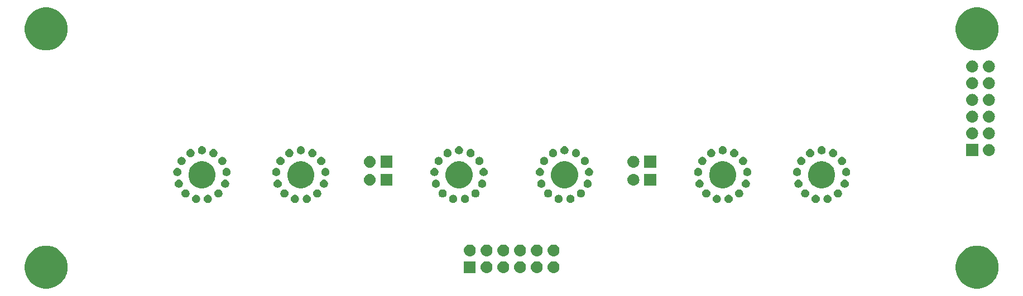
<source format=gbr>
G04 #@! TF.GenerationSoftware,KiCad,Pcbnew,(5.1.0-0)*
G04 #@! TF.CreationDate,2019-05-10T01:21:28-05:00*
G04 #@! TF.ProjectId,IN-16,494e2d31-362e-46b6-9963-61645f706362,rev?*
G04 #@! TF.SameCoordinates,Original*
G04 #@! TF.FileFunction,Soldermask,Top*
G04 #@! TF.FilePolarity,Negative*
%FSLAX46Y46*%
G04 Gerber Fmt 4.6, Leading zero omitted, Abs format (unit mm)*
G04 Created by KiCad (PCBNEW (5.1.0-0)) date 2019-05-10 01:21:28*
%MOMM*%
%LPD*%
G04 APERTURE LIST*
%ADD10C,0.100000*%
G04 APERTURE END LIST*
D10*
G36*
X220277222Y-113714126D02*
G01*
X220855389Y-113953611D01*
X220868831Y-113959179D01*
X221401264Y-114314939D01*
X221854061Y-114767736D01*
X222192627Y-115274437D01*
X222209822Y-115300171D01*
X222454874Y-115891778D01*
X222579800Y-116519823D01*
X222579800Y-117160177D01*
X222454874Y-117788222D01*
X222331424Y-118086256D01*
X222209821Y-118379831D01*
X221854061Y-118912264D01*
X221401264Y-119365061D01*
X220868831Y-119720821D01*
X220868830Y-119720822D01*
X220868829Y-119720822D01*
X220277222Y-119965874D01*
X219649177Y-120090800D01*
X219008823Y-120090800D01*
X218380778Y-119965874D01*
X217789171Y-119720822D01*
X217789170Y-119720822D01*
X217789169Y-119720821D01*
X217256736Y-119365061D01*
X216803939Y-118912264D01*
X216448179Y-118379831D01*
X216326576Y-118086256D01*
X216203126Y-117788222D01*
X216078200Y-117160177D01*
X216078200Y-116519823D01*
X216203126Y-115891778D01*
X216448178Y-115300171D01*
X216465373Y-115274437D01*
X216803939Y-114767736D01*
X217256736Y-114314939D01*
X217789169Y-113959179D01*
X217802611Y-113953611D01*
X218380778Y-113714126D01*
X219008823Y-113589200D01*
X219649177Y-113589200D01*
X220277222Y-113714126D01*
X220277222Y-113714126D01*
G37*
G36*
X79053222Y-113714126D02*
G01*
X79631389Y-113953611D01*
X79644831Y-113959179D01*
X80177264Y-114314939D01*
X80630061Y-114767736D01*
X80968627Y-115274437D01*
X80985822Y-115300171D01*
X81230874Y-115891778D01*
X81355800Y-116519823D01*
X81355800Y-117160177D01*
X81230874Y-117788222D01*
X81107424Y-118086256D01*
X80985821Y-118379831D01*
X80630061Y-118912264D01*
X80177264Y-119365061D01*
X79644831Y-119720821D01*
X79644830Y-119720822D01*
X79644829Y-119720822D01*
X79053222Y-119965874D01*
X78425177Y-120090800D01*
X77784823Y-120090800D01*
X77156778Y-119965874D01*
X76565171Y-119720822D01*
X76565170Y-119720822D01*
X76565169Y-119720821D01*
X76032736Y-119365061D01*
X75579939Y-118912264D01*
X75224179Y-118379831D01*
X75102576Y-118086256D01*
X74979126Y-117788222D01*
X74854200Y-117160177D01*
X74854200Y-116519823D01*
X74979126Y-115891778D01*
X75224178Y-115300171D01*
X75241373Y-115274437D01*
X75579939Y-114767736D01*
X76032736Y-114314939D01*
X76565169Y-113959179D01*
X76578611Y-113953611D01*
X77156778Y-113714126D01*
X77784823Y-113589200D01*
X78425177Y-113589200D01*
X79053222Y-113714126D01*
X79053222Y-113714126D01*
G37*
G36*
X155155362Y-115943545D02*
G01*
X155243588Y-115952234D01*
X155413389Y-116003743D01*
X155413392Y-116003744D01*
X155569878Y-116087388D01*
X155707044Y-116199956D01*
X155819612Y-116337122D01*
X155903256Y-116493608D01*
X155903257Y-116493611D01*
X155954766Y-116663412D01*
X155972158Y-116840000D01*
X155954766Y-117016588D01*
X155943558Y-117053534D01*
X155903256Y-117186392D01*
X155819612Y-117342878D01*
X155707044Y-117480044D01*
X155569878Y-117592612D01*
X155413392Y-117676256D01*
X155413389Y-117676257D01*
X155243588Y-117727766D01*
X155155362Y-117736455D01*
X155111250Y-117740800D01*
X155022750Y-117740800D01*
X154978638Y-117736455D01*
X154890412Y-117727766D01*
X154720611Y-117676257D01*
X154720608Y-117676256D01*
X154564122Y-117592612D01*
X154426956Y-117480044D01*
X154314388Y-117342878D01*
X154230744Y-117186392D01*
X154190442Y-117053534D01*
X154179234Y-117016588D01*
X154161842Y-116840000D01*
X154179234Y-116663412D01*
X154230743Y-116493611D01*
X154230744Y-116493608D01*
X154314388Y-116337122D01*
X154426956Y-116199956D01*
X154564122Y-116087388D01*
X154720608Y-116003744D01*
X154720611Y-116003743D01*
X154890412Y-115952234D01*
X154978638Y-115943545D01*
X155022750Y-115939200D01*
X155111250Y-115939200D01*
X155155362Y-115943545D01*
X155155362Y-115943545D01*
G37*
G36*
X152615362Y-115943545D02*
G01*
X152703588Y-115952234D01*
X152873389Y-116003743D01*
X152873392Y-116003744D01*
X153029878Y-116087388D01*
X153167044Y-116199956D01*
X153279612Y-116337122D01*
X153363256Y-116493608D01*
X153363257Y-116493611D01*
X153414766Y-116663412D01*
X153432158Y-116840000D01*
X153414766Y-117016588D01*
X153403558Y-117053534D01*
X153363256Y-117186392D01*
X153279612Y-117342878D01*
X153167044Y-117480044D01*
X153029878Y-117592612D01*
X152873392Y-117676256D01*
X152873389Y-117676257D01*
X152703588Y-117727766D01*
X152615362Y-117736455D01*
X152571250Y-117740800D01*
X152482750Y-117740800D01*
X152438638Y-117736455D01*
X152350412Y-117727766D01*
X152180611Y-117676257D01*
X152180608Y-117676256D01*
X152024122Y-117592612D01*
X151886956Y-117480044D01*
X151774388Y-117342878D01*
X151690744Y-117186392D01*
X151650442Y-117053534D01*
X151639234Y-117016588D01*
X151621842Y-116840000D01*
X151639234Y-116663412D01*
X151690743Y-116493611D01*
X151690744Y-116493608D01*
X151774388Y-116337122D01*
X151886956Y-116199956D01*
X152024122Y-116087388D01*
X152180608Y-116003744D01*
X152180611Y-116003743D01*
X152350412Y-115952234D01*
X152438638Y-115943545D01*
X152482750Y-115939200D01*
X152571250Y-115939200D01*
X152615362Y-115943545D01*
X152615362Y-115943545D01*
G37*
G36*
X150075362Y-115943545D02*
G01*
X150163588Y-115952234D01*
X150333389Y-116003743D01*
X150333392Y-116003744D01*
X150489878Y-116087388D01*
X150627044Y-116199956D01*
X150739612Y-116337122D01*
X150823256Y-116493608D01*
X150823257Y-116493611D01*
X150874766Y-116663412D01*
X150892158Y-116840000D01*
X150874766Y-117016588D01*
X150863558Y-117053534D01*
X150823256Y-117186392D01*
X150739612Y-117342878D01*
X150627044Y-117480044D01*
X150489878Y-117592612D01*
X150333392Y-117676256D01*
X150333389Y-117676257D01*
X150163588Y-117727766D01*
X150075362Y-117736455D01*
X150031250Y-117740800D01*
X149942750Y-117740800D01*
X149898638Y-117736455D01*
X149810412Y-117727766D01*
X149640611Y-117676257D01*
X149640608Y-117676256D01*
X149484122Y-117592612D01*
X149346956Y-117480044D01*
X149234388Y-117342878D01*
X149150744Y-117186392D01*
X149110442Y-117053534D01*
X149099234Y-117016588D01*
X149081842Y-116840000D01*
X149099234Y-116663412D01*
X149150743Y-116493611D01*
X149150744Y-116493608D01*
X149234388Y-116337122D01*
X149346956Y-116199956D01*
X149484122Y-116087388D01*
X149640608Y-116003744D01*
X149640611Y-116003743D01*
X149810412Y-115952234D01*
X149898638Y-115943545D01*
X149942750Y-115939200D01*
X150031250Y-115939200D01*
X150075362Y-115943545D01*
X150075362Y-115943545D01*
G37*
G36*
X147535362Y-115943545D02*
G01*
X147623588Y-115952234D01*
X147793389Y-116003743D01*
X147793392Y-116003744D01*
X147949878Y-116087388D01*
X148087044Y-116199956D01*
X148199612Y-116337122D01*
X148283256Y-116493608D01*
X148283257Y-116493611D01*
X148334766Y-116663412D01*
X148352158Y-116840000D01*
X148334766Y-117016588D01*
X148323558Y-117053534D01*
X148283256Y-117186392D01*
X148199612Y-117342878D01*
X148087044Y-117480044D01*
X147949878Y-117592612D01*
X147793392Y-117676256D01*
X147793389Y-117676257D01*
X147623588Y-117727766D01*
X147535362Y-117736455D01*
X147491250Y-117740800D01*
X147402750Y-117740800D01*
X147358638Y-117736455D01*
X147270412Y-117727766D01*
X147100611Y-117676257D01*
X147100608Y-117676256D01*
X146944122Y-117592612D01*
X146806956Y-117480044D01*
X146694388Y-117342878D01*
X146610744Y-117186392D01*
X146570442Y-117053534D01*
X146559234Y-117016588D01*
X146541842Y-116840000D01*
X146559234Y-116663412D01*
X146610743Y-116493611D01*
X146610744Y-116493608D01*
X146694388Y-116337122D01*
X146806956Y-116199956D01*
X146944122Y-116087388D01*
X147100608Y-116003744D01*
X147100611Y-116003743D01*
X147270412Y-115952234D01*
X147358638Y-115943545D01*
X147402750Y-115939200D01*
X147491250Y-115939200D01*
X147535362Y-115943545D01*
X147535362Y-115943545D01*
G37*
G36*
X144995362Y-115943545D02*
G01*
X145083588Y-115952234D01*
X145253389Y-116003743D01*
X145253392Y-116003744D01*
X145409878Y-116087388D01*
X145547044Y-116199956D01*
X145659612Y-116337122D01*
X145743256Y-116493608D01*
X145743257Y-116493611D01*
X145794766Y-116663412D01*
X145812158Y-116840000D01*
X145794766Y-117016588D01*
X145783558Y-117053534D01*
X145743256Y-117186392D01*
X145659612Y-117342878D01*
X145547044Y-117480044D01*
X145409878Y-117592612D01*
X145253392Y-117676256D01*
X145253389Y-117676257D01*
X145083588Y-117727766D01*
X144995362Y-117736455D01*
X144951250Y-117740800D01*
X144862750Y-117740800D01*
X144818638Y-117736455D01*
X144730412Y-117727766D01*
X144560611Y-117676257D01*
X144560608Y-117676256D01*
X144404122Y-117592612D01*
X144266956Y-117480044D01*
X144154388Y-117342878D01*
X144070744Y-117186392D01*
X144030442Y-117053534D01*
X144019234Y-117016588D01*
X144001842Y-116840000D01*
X144019234Y-116663412D01*
X144070743Y-116493611D01*
X144070744Y-116493608D01*
X144154388Y-116337122D01*
X144266956Y-116199956D01*
X144404122Y-116087388D01*
X144560608Y-116003744D01*
X144560611Y-116003743D01*
X144730412Y-115952234D01*
X144818638Y-115943545D01*
X144862750Y-115939200D01*
X144951250Y-115939200D01*
X144995362Y-115943545D01*
X144995362Y-115943545D01*
G37*
G36*
X143267800Y-117740800D02*
G01*
X141466200Y-117740800D01*
X141466200Y-115939200D01*
X143267800Y-115939200D01*
X143267800Y-117740800D01*
X143267800Y-117740800D01*
G37*
G36*
X147535362Y-113403545D02*
G01*
X147623588Y-113412234D01*
X147793389Y-113463743D01*
X147793392Y-113463744D01*
X147949878Y-113547388D01*
X148087044Y-113659956D01*
X148199612Y-113797122D01*
X148283256Y-113953608D01*
X148283257Y-113953611D01*
X148334766Y-114123412D01*
X148352158Y-114300000D01*
X148334766Y-114476588D01*
X148283257Y-114646389D01*
X148283256Y-114646392D01*
X148199612Y-114802878D01*
X148087044Y-114940044D01*
X147949878Y-115052612D01*
X147793392Y-115136256D01*
X147793389Y-115136257D01*
X147623588Y-115187766D01*
X147535362Y-115196455D01*
X147491250Y-115200800D01*
X147402750Y-115200800D01*
X147358638Y-115196455D01*
X147270412Y-115187766D01*
X147100611Y-115136257D01*
X147100608Y-115136256D01*
X146944122Y-115052612D01*
X146806956Y-114940044D01*
X146694388Y-114802878D01*
X146610744Y-114646392D01*
X146610743Y-114646389D01*
X146559234Y-114476588D01*
X146541842Y-114300000D01*
X146559234Y-114123412D01*
X146610743Y-113953611D01*
X146610744Y-113953608D01*
X146694388Y-113797122D01*
X146806956Y-113659956D01*
X146944122Y-113547388D01*
X147100608Y-113463744D01*
X147100611Y-113463743D01*
X147270412Y-113412234D01*
X147358638Y-113403545D01*
X147402750Y-113399200D01*
X147491250Y-113399200D01*
X147535362Y-113403545D01*
X147535362Y-113403545D01*
G37*
G36*
X150075362Y-113403545D02*
G01*
X150163588Y-113412234D01*
X150333389Y-113463743D01*
X150333392Y-113463744D01*
X150489878Y-113547388D01*
X150627044Y-113659956D01*
X150739612Y-113797122D01*
X150823256Y-113953608D01*
X150823257Y-113953611D01*
X150874766Y-114123412D01*
X150892158Y-114300000D01*
X150874766Y-114476588D01*
X150823257Y-114646389D01*
X150823256Y-114646392D01*
X150739612Y-114802878D01*
X150627044Y-114940044D01*
X150489878Y-115052612D01*
X150333392Y-115136256D01*
X150333389Y-115136257D01*
X150163588Y-115187766D01*
X150075362Y-115196455D01*
X150031250Y-115200800D01*
X149942750Y-115200800D01*
X149898638Y-115196455D01*
X149810412Y-115187766D01*
X149640611Y-115136257D01*
X149640608Y-115136256D01*
X149484122Y-115052612D01*
X149346956Y-114940044D01*
X149234388Y-114802878D01*
X149150744Y-114646392D01*
X149150743Y-114646389D01*
X149099234Y-114476588D01*
X149081842Y-114300000D01*
X149099234Y-114123412D01*
X149150743Y-113953611D01*
X149150744Y-113953608D01*
X149234388Y-113797122D01*
X149346956Y-113659956D01*
X149484122Y-113547388D01*
X149640608Y-113463744D01*
X149640611Y-113463743D01*
X149810412Y-113412234D01*
X149898638Y-113403545D01*
X149942750Y-113399200D01*
X150031250Y-113399200D01*
X150075362Y-113403545D01*
X150075362Y-113403545D01*
G37*
G36*
X144995362Y-113403545D02*
G01*
X145083588Y-113412234D01*
X145253389Y-113463743D01*
X145253392Y-113463744D01*
X145409878Y-113547388D01*
X145547044Y-113659956D01*
X145659612Y-113797122D01*
X145743256Y-113953608D01*
X145743257Y-113953611D01*
X145794766Y-114123412D01*
X145812158Y-114300000D01*
X145794766Y-114476588D01*
X145743257Y-114646389D01*
X145743256Y-114646392D01*
X145659612Y-114802878D01*
X145547044Y-114940044D01*
X145409878Y-115052612D01*
X145253392Y-115136256D01*
X145253389Y-115136257D01*
X145083588Y-115187766D01*
X144995362Y-115196455D01*
X144951250Y-115200800D01*
X144862750Y-115200800D01*
X144818638Y-115196455D01*
X144730412Y-115187766D01*
X144560611Y-115136257D01*
X144560608Y-115136256D01*
X144404122Y-115052612D01*
X144266956Y-114940044D01*
X144154388Y-114802878D01*
X144070744Y-114646392D01*
X144070743Y-114646389D01*
X144019234Y-114476588D01*
X144001842Y-114300000D01*
X144019234Y-114123412D01*
X144070743Y-113953611D01*
X144070744Y-113953608D01*
X144154388Y-113797122D01*
X144266956Y-113659956D01*
X144404122Y-113547388D01*
X144560608Y-113463744D01*
X144560611Y-113463743D01*
X144730412Y-113412234D01*
X144818638Y-113403545D01*
X144862750Y-113399200D01*
X144951250Y-113399200D01*
X144995362Y-113403545D01*
X144995362Y-113403545D01*
G37*
G36*
X142455362Y-113403545D02*
G01*
X142543588Y-113412234D01*
X142713389Y-113463743D01*
X142713392Y-113463744D01*
X142869878Y-113547388D01*
X143007044Y-113659956D01*
X143119612Y-113797122D01*
X143203256Y-113953608D01*
X143203257Y-113953611D01*
X143254766Y-114123412D01*
X143272158Y-114300000D01*
X143254766Y-114476588D01*
X143203257Y-114646389D01*
X143203256Y-114646392D01*
X143119612Y-114802878D01*
X143007044Y-114940044D01*
X142869878Y-115052612D01*
X142713392Y-115136256D01*
X142713389Y-115136257D01*
X142543588Y-115187766D01*
X142455362Y-115196455D01*
X142411250Y-115200800D01*
X142322750Y-115200800D01*
X142278638Y-115196455D01*
X142190412Y-115187766D01*
X142020611Y-115136257D01*
X142020608Y-115136256D01*
X141864122Y-115052612D01*
X141726956Y-114940044D01*
X141614388Y-114802878D01*
X141530744Y-114646392D01*
X141530743Y-114646389D01*
X141479234Y-114476588D01*
X141461842Y-114300000D01*
X141479234Y-114123412D01*
X141530743Y-113953611D01*
X141530744Y-113953608D01*
X141614388Y-113797122D01*
X141726956Y-113659956D01*
X141864122Y-113547388D01*
X142020608Y-113463744D01*
X142020611Y-113463743D01*
X142190412Y-113412234D01*
X142278638Y-113403545D01*
X142322750Y-113399200D01*
X142411250Y-113399200D01*
X142455362Y-113403545D01*
X142455362Y-113403545D01*
G37*
G36*
X155155362Y-113403545D02*
G01*
X155243588Y-113412234D01*
X155413389Y-113463743D01*
X155413392Y-113463744D01*
X155569878Y-113547388D01*
X155707044Y-113659956D01*
X155819612Y-113797122D01*
X155903256Y-113953608D01*
X155903257Y-113953611D01*
X155954766Y-114123412D01*
X155972158Y-114300000D01*
X155954766Y-114476588D01*
X155903257Y-114646389D01*
X155903256Y-114646392D01*
X155819612Y-114802878D01*
X155707044Y-114940044D01*
X155569878Y-115052612D01*
X155413392Y-115136256D01*
X155413389Y-115136257D01*
X155243588Y-115187766D01*
X155155362Y-115196455D01*
X155111250Y-115200800D01*
X155022750Y-115200800D01*
X154978638Y-115196455D01*
X154890412Y-115187766D01*
X154720611Y-115136257D01*
X154720608Y-115136256D01*
X154564122Y-115052612D01*
X154426956Y-114940044D01*
X154314388Y-114802878D01*
X154230744Y-114646392D01*
X154230743Y-114646389D01*
X154179234Y-114476588D01*
X154161842Y-114300000D01*
X154179234Y-114123412D01*
X154230743Y-113953611D01*
X154230744Y-113953608D01*
X154314388Y-113797122D01*
X154426956Y-113659956D01*
X154564122Y-113547388D01*
X154720608Y-113463744D01*
X154720611Y-113463743D01*
X154890412Y-113412234D01*
X154978638Y-113403545D01*
X155022750Y-113399200D01*
X155111250Y-113399200D01*
X155155362Y-113403545D01*
X155155362Y-113403545D01*
G37*
G36*
X152615362Y-113403545D02*
G01*
X152703588Y-113412234D01*
X152873389Y-113463743D01*
X152873392Y-113463744D01*
X153029878Y-113547388D01*
X153167044Y-113659956D01*
X153279612Y-113797122D01*
X153363256Y-113953608D01*
X153363257Y-113953611D01*
X153414766Y-114123412D01*
X153432158Y-114300000D01*
X153414766Y-114476588D01*
X153363257Y-114646389D01*
X153363256Y-114646392D01*
X153279612Y-114802878D01*
X153167044Y-114940044D01*
X153029878Y-115052612D01*
X152873392Y-115136256D01*
X152873389Y-115136257D01*
X152703588Y-115187766D01*
X152615362Y-115196455D01*
X152571250Y-115200800D01*
X152482750Y-115200800D01*
X152438638Y-115196455D01*
X152350412Y-115187766D01*
X152180611Y-115136257D01*
X152180608Y-115136256D01*
X152024122Y-115052612D01*
X151886956Y-114940044D01*
X151774388Y-114802878D01*
X151690744Y-114646392D01*
X151690743Y-114646389D01*
X151639234Y-114476588D01*
X151621842Y-114300000D01*
X151639234Y-114123412D01*
X151690743Y-113953611D01*
X151690744Y-113953608D01*
X151774388Y-113797122D01*
X151886956Y-113659956D01*
X152024122Y-113547388D01*
X152180608Y-113463744D01*
X152180611Y-113463743D01*
X152350412Y-113412234D01*
X152438638Y-113403545D01*
X152482750Y-113399200D01*
X152571250Y-113399200D01*
X152615362Y-113403545D01*
X152615362Y-113403545D01*
G37*
G36*
X101026557Y-105863556D02*
G01*
X101139345Y-105910275D01*
X101139347Y-105910276D01*
X101240854Y-105978101D01*
X101327179Y-106064426D01*
X101327180Y-106064428D01*
X101395005Y-106165935D01*
X101441724Y-106278723D01*
X101465540Y-106398458D01*
X101465540Y-106520542D01*
X101441724Y-106640277D01*
X101395005Y-106753065D01*
X101395004Y-106753067D01*
X101327179Y-106854574D01*
X101240854Y-106940899D01*
X101139347Y-107008724D01*
X101139346Y-107008725D01*
X101139345Y-107008725D01*
X101026557Y-107055444D01*
X100906822Y-107079260D01*
X100784738Y-107079260D01*
X100665003Y-107055444D01*
X100552215Y-107008725D01*
X100552214Y-107008725D01*
X100552213Y-107008724D01*
X100450706Y-106940899D01*
X100364381Y-106854574D01*
X100296556Y-106753067D01*
X100296555Y-106753065D01*
X100249836Y-106640277D01*
X100226020Y-106520542D01*
X100226020Y-106398458D01*
X100249836Y-106278723D01*
X100296555Y-106165935D01*
X100364380Y-106064428D01*
X100364381Y-106064426D01*
X100450706Y-105978101D01*
X100552213Y-105910276D01*
X100552215Y-105910275D01*
X100665003Y-105863556D01*
X100784738Y-105839740D01*
X100906822Y-105839740D01*
X101026557Y-105863556D01*
X101026557Y-105863556D01*
G37*
G36*
X102819797Y-105863556D02*
G01*
X102932585Y-105910275D01*
X102932587Y-105910276D01*
X103034094Y-105978101D01*
X103120419Y-106064426D01*
X103120420Y-106064428D01*
X103188245Y-106165935D01*
X103234964Y-106278723D01*
X103258780Y-106398458D01*
X103258780Y-106520542D01*
X103234964Y-106640277D01*
X103188245Y-106753065D01*
X103188244Y-106753067D01*
X103120419Y-106854574D01*
X103034094Y-106940899D01*
X102932587Y-107008724D01*
X102932586Y-107008725D01*
X102932585Y-107008725D01*
X102819797Y-107055444D01*
X102700062Y-107079260D01*
X102577978Y-107079260D01*
X102458243Y-107055444D01*
X102345455Y-107008725D01*
X102345454Y-107008725D01*
X102345453Y-107008724D01*
X102243946Y-106940899D01*
X102157621Y-106854574D01*
X102089796Y-106753067D01*
X102089795Y-106753065D01*
X102043076Y-106640277D01*
X102019260Y-106520542D01*
X102019260Y-106398458D01*
X102043076Y-106278723D01*
X102089795Y-106165935D01*
X102157620Y-106064428D01*
X102157621Y-106064426D01*
X102243946Y-105978101D01*
X102345453Y-105910276D01*
X102345455Y-105910275D01*
X102458243Y-105863556D01*
X102577978Y-105839740D01*
X102700062Y-105839740D01*
X102819797Y-105863556D01*
X102819797Y-105863556D01*
G37*
G36*
X116026557Y-105863556D02*
G01*
X116139345Y-105910275D01*
X116139347Y-105910276D01*
X116240854Y-105978101D01*
X116327179Y-106064426D01*
X116327180Y-106064428D01*
X116395005Y-106165935D01*
X116441724Y-106278723D01*
X116465540Y-106398458D01*
X116465540Y-106520542D01*
X116441724Y-106640277D01*
X116395005Y-106753065D01*
X116395004Y-106753067D01*
X116327179Y-106854574D01*
X116240854Y-106940899D01*
X116139347Y-107008724D01*
X116139346Y-107008725D01*
X116139345Y-107008725D01*
X116026557Y-107055444D01*
X115906822Y-107079260D01*
X115784738Y-107079260D01*
X115665003Y-107055444D01*
X115552215Y-107008725D01*
X115552214Y-107008725D01*
X115552213Y-107008724D01*
X115450706Y-106940899D01*
X115364381Y-106854574D01*
X115296556Y-106753067D01*
X115296555Y-106753065D01*
X115249836Y-106640277D01*
X115226020Y-106520542D01*
X115226020Y-106398458D01*
X115249836Y-106278723D01*
X115296555Y-106165935D01*
X115364380Y-106064428D01*
X115364381Y-106064426D01*
X115450706Y-105978101D01*
X115552213Y-105910276D01*
X115552215Y-105910275D01*
X115665003Y-105863556D01*
X115784738Y-105839740D01*
X115906822Y-105839740D01*
X116026557Y-105863556D01*
X116026557Y-105863556D01*
G37*
G36*
X117819797Y-105863556D02*
G01*
X117932585Y-105910275D01*
X117932587Y-105910276D01*
X118034094Y-105978101D01*
X118120419Y-106064426D01*
X118120420Y-106064428D01*
X118188245Y-106165935D01*
X118234964Y-106278723D01*
X118258780Y-106398458D01*
X118258780Y-106520542D01*
X118234964Y-106640277D01*
X118188245Y-106753065D01*
X118188244Y-106753067D01*
X118120419Y-106854574D01*
X118034094Y-106940899D01*
X117932587Y-107008724D01*
X117932586Y-107008725D01*
X117932585Y-107008725D01*
X117819797Y-107055444D01*
X117700062Y-107079260D01*
X117577978Y-107079260D01*
X117458243Y-107055444D01*
X117345455Y-107008725D01*
X117345454Y-107008725D01*
X117345453Y-107008724D01*
X117243946Y-106940899D01*
X117157621Y-106854574D01*
X117089796Y-106753067D01*
X117089795Y-106753065D01*
X117043076Y-106640277D01*
X117019260Y-106520542D01*
X117019260Y-106398458D01*
X117043076Y-106278723D01*
X117089795Y-106165935D01*
X117157620Y-106064428D01*
X117157621Y-106064426D01*
X117243946Y-105978101D01*
X117345453Y-105910276D01*
X117345455Y-105910275D01*
X117458243Y-105863556D01*
X117577978Y-105839740D01*
X117700062Y-105839740D01*
X117819797Y-105863556D01*
X117819797Y-105863556D01*
G37*
G36*
X140026557Y-105863556D02*
G01*
X140139345Y-105910275D01*
X140139347Y-105910276D01*
X140240854Y-105978101D01*
X140327179Y-106064426D01*
X140327180Y-106064428D01*
X140395005Y-106165935D01*
X140441724Y-106278723D01*
X140465540Y-106398458D01*
X140465540Y-106520542D01*
X140441724Y-106640277D01*
X140395005Y-106753065D01*
X140395004Y-106753067D01*
X140327179Y-106854574D01*
X140240854Y-106940899D01*
X140139347Y-107008724D01*
X140139346Y-107008725D01*
X140139345Y-107008725D01*
X140026557Y-107055444D01*
X139906822Y-107079260D01*
X139784738Y-107079260D01*
X139665003Y-107055444D01*
X139552215Y-107008725D01*
X139552214Y-107008725D01*
X139552213Y-107008724D01*
X139450706Y-106940899D01*
X139364381Y-106854574D01*
X139296556Y-106753067D01*
X139296555Y-106753065D01*
X139249836Y-106640277D01*
X139226020Y-106520542D01*
X139226020Y-106398458D01*
X139249836Y-106278723D01*
X139296555Y-106165935D01*
X139364380Y-106064428D01*
X139364381Y-106064426D01*
X139450706Y-105978101D01*
X139552213Y-105910276D01*
X139552215Y-105910275D01*
X139665003Y-105863556D01*
X139784738Y-105839740D01*
X139906822Y-105839740D01*
X140026557Y-105863556D01*
X140026557Y-105863556D01*
G37*
G36*
X141819797Y-105863556D02*
G01*
X141932585Y-105910275D01*
X141932587Y-105910276D01*
X142034094Y-105978101D01*
X142120419Y-106064426D01*
X142120420Y-106064428D01*
X142188245Y-106165935D01*
X142234964Y-106278723D01*
X142258780Y-106398458D01*
X142258780Y-106520542D01*
X142234964Y-106640277D01*
X142188245Y-106753065D01*
X142188244Y-106753067D01*
X142120419Y-106854574D01*
X142034094Y-106940899D01*
X141932587Y-107008724D01*
X141932586Y-107008725D01*
X141932585Y-107008725D01*
X141819797Y-107055444D01*
X141700062Y-107079260D01*
X141577978Y-107079260D01*
X141458243Y-107055444D01*
X141345455Y-107008725D01*
X141345454Y-107008725D01*
X141345453Y-107008724D01*
X141243946Y-106940899D01*
X141157621Y-106854574D01*
X141089796Y-106753067D01*
X141089795Y-106753065D01*
X141043076Y-106640277D01*
X141019260Y-106520542D01*
X141019260Y-106398458D01*
X141043076Y-106278723D01*
X141089795Y-106165935D01*
X141157620Y-106064428D01*
X141157621Y-106064426D01*
X141243946Y-105978101D01*
X141345453Y-105910276D01*
X141345455Y-105910275D01*
X141458243Y-105863556D01*
X141577978Y-105839740D01*
X141700062Y-105839740D01*
X141819797Y-105863556D01*
X141819797Y-105863556D01*
G37*
G36*
X195026557Y-105863556D02*
G01*
X195139345Y-105910275D01*
X195139347Y-105910276D01*
X195240854Y-105978101D01*
X195327179Y-106064426D01*
X195327180Y-106064428D01*
X195395005Y-106165935D01*
X195441724Y-106278723D01*
X195465540Y-106398458D01*
X195465540Y-106520542D01*
X195441724Y-106640277D01*
X195395005Y-106753065D01*
X195395004Y-106753067D01*
X195327179Y-106854574D01*
X195240854Y-106940899D01*
X195139347Y-107008724D01*
X195139346Y-107008725D01*
X195139345Y-107008725D01*
X195026557Y-107055444D01*
X194906822Y-107079260D01*
X194784738Y-107079260D01*
X194665003Y-107055444D01*
X194552215Y-107008725D01*
X194552214Y-107008725D01*
X194552213Y-107008724D01*
X194450706Y-106940899D01*
X194364381Y-106854574D01*
X194296556Y-106753067D01*
X194296555Y-106753065D01*
X194249836Y-106640277D01*
X194226020Y-106520542D01*
X194226020Y-106398458D01*
X194249836Y-106278723D01*
X194296555Y-106165935D01*
X194364380Y-106064428D01*
X194364381Y-106064426D01*
X194450706Y-105978101D01*
X194552213Y-105910276D01*
X194552215Y-105910275D01*
X194665003Y-105863556D01*
X194784738Y-105839740D01*
X194906822Y-105839740D01*
X195026557Y-105863556D01*
X195026557Y-105863556D01*
G37*
G36*
X196819797Y-105863556D02*
G01*
X196932585Y-105910275D01*
X196932587Y-105910276D01*
X197034094Y-105978101D01*
X197120419Y-106064426D01*
X197120420Y-106064428D01*
X197188245Y-106165935D01*
X197234964Y-106278723D01*
X197258780Y-106398458D01*
X197258780Y-106520542D01*
X197234964Y-106640277D01*
X197188245Y-106753065D01*
X197188244Y-106753067D01*
X197120419Y-106854574D01*
X197034094Y-106940899D01*
X196932587Y-107008724D01*
X196932586Y-107008725D01*
X196932585Y-107008725D01*
X196819797Y-107055444D01*
X196700062Y-107079260D01*
X196577978Y-107079260D01*
X196458243Y-107055444D01*
X196345455Y-107008725D01*
X196345454Y-107008725D01*
X196345453Y-107008724D01*
X196243946Y-106940899D01*
X196157621Y-106854574D01*
X196089796Y-106753067D01*
X196089795Y-106753065D01*
X196043076Y-106640277D01*
X196019260Y-106520542D01*
X196019260Y-106398458D01*
X196043076Y-106278723D01*
X196089795Y-106165935D01*
X196157620Y-106064428D01*
X196157621Y-106064426D01*
X196243946Y-105978101D01*
X196345453Y-105910276D01*
X196345455Y-105910275D01*
X196458243Y-105863556D01*
X196577978Y-105839740D01*
X196700062Y-105839740D01*
X196819797Y-105863556D01*
X196819797Y-105863556D01*
G37*
G36*
X156026557Y-105863556D02*
G01*
X156139345Y-105910275D01*
X156139347Y-105910276D01*
X156240854Y-105978101D01*
X156327179Y-106064426D01*
X156327180Y-106064428D01*
X156395005Y-106165935D01*
X156441724Y-106278723D01*
X156465540Y-106398458D01*
X156465540Y-106520542D01*
X156441724Y-106640277D01*
X156395005Y-106753065D01*
X156395004Y-106753067D01*
X156327179Y-106854574D01*
X156240854Y-106940899D01*
X156139347Y-107008724D01*
X156139346Y-107008725D01*
X156139345Y-107008725D01*
X156026557Y-107055444D01*
X155906822Y-107079260D01*
X155784738Y-107079260D01*
X155665003Y-107055444D01*
X155552215Y-107008725D01*
X155552214Y-107008725D01*
X155552213Y-107008724D01*
X155450706Y-106940899D01*
X155364381Y-106854574D01*
X155296556Y-106753067D01*
X155296555Y-106753065D01*
X155249836Y-106640277D01*
X155226020Y-106520542D01*
X155226020Y-106398458D01*
X155249836Y-106278723D01*
X155296555Y-106165935D01*
X155364380Y-106064428D01*
X155364381Y-106064426D01*
X155450706Y-105978101D01*
X155552213Y-105910276D01*
X155552215Y-105910275D01*
X155665003Y-105863556D01*
X155784738Y-105839740D01*
X155906822Y-105839740D01*
X156026557Y-105863556D01*
X156026557Y-105863556D01*
G37*
G36*
X157819797Y-105863556D02*
G01*
X157932585Y-105910275D01*
X157932587Y-105910276D01*
X158034094Y-105978101D01*
X158120419Y-106064426D01*
X158120420Y-106064428D01*
X158188245Y-106165935D01*
X158234964Y-106278723D01*
X158258780Y-106398458D01*
X158258780Y-106520542D01*
X158234964Y-106640277D01*
X158188245Y-106753065D01*
X158188244Y-106753067D01*
X158120419Y-106854574D01*
X158034094Y-106940899D01*
X157932587Y-107008724D01*
X157932586Y-107008725D01*
X157932585Y-107008725D01*
X157819797Y-107055444D01*
X157700062Y-107079260D01*
X157577978Y-107079260D01*
X157458243Y-107055444D01*
X157345455Y-107008725D01*
X157345454Y-107008725D01*
X157345453Y-107008724D01*
X157243946Y-106940899D01*
X157157621Y-106854574D01*
X157089796Y-106753067D01*
X157089795Y-106753065D01*
X157043076Y-106640277D01*
X157019260Y-106520542D01*
X157019260Y-106398458D01*
X157043076Y-106278723D01*
X157089795Y-106165935D01*
X157157620Y-106064428D01*
X157157621Y-106064426D01*
X157243946Y-105978101D01*
X157345453Y-105910276D01*
X157345455Y-105910275D01*
X157458243Y-105863556D01*
X157577978Y-105839740D01*
X157700062Y-105839740D01*
X157819797Y-105863556D01*
X157819797Y-105863556D01*
G37*
G36*
X180026557Y-105863556D02*
G01*
X180139345Y-105910275D01*
X180139347Y-105910276D01*
X180240854Y-105978101D01*
X180327179Y-106064426D01*
X180327180Y-106064428D01*
X180395005Y-106165935D01*
X180441724Y-106278723D01*
X180465540Y-106398458D01*
X180465540Y-106520542D01*
X180441724Y-106640277D01*
X180395005Y-106753065D01*
X180395004Y-106753067D01*
X180327179Y-106854574D01*
X180240854Y-106940899D01*
X180139347Y-107008724D01*
X180139346Y-107008725D01*
X180139345Y-107008725D01*
X180026557Y-107055444D01*
X179906822Y-107079260D01*
X179784738Y-107079260D01*
X179665003Y-107055444D01*
X179552215Y-107008725D01*
X179552214Y-107008725D01*
X179552213Y-107008724D01*
X179450706Y-106940899D01*
X179364381Y-106854574D01*
X179296556Y-106753067D01*
X179296555Y-106753065D01*
X179249836Y-106640277D01*
X179226020Y-106520542D01*
X179226020Y-106398458D01*
X179249836Y-106278723D01*
X179296555Y-106165935D01*
X179364380Y-106064428D01*
X179364381Y-106064426D01*
X179450706Y-105978101D01*
X179552213Y-105910276D01*
X179552215Y-105910275D01*
X179665003Y-105863556D01*
X179784738Y-105839740D01*
X179906822Y-105839740D01*
X180026557Y-105863556D01*
X180026557Y-105863556D01*
G37*
G36*
X181819797Y-105863556D02*
G01*
X181932585Y-105910275D01*
X181932587Y-105910276D01*
X182034094Y-105978101D01*
X182120419Y-106064426D01*
X182120420Y-106064428D01*
X182188245Y-106165935D01*
X182234964Y-106278723D01*
X182258780Y-106398458D01*
X182258780Y-106520542D01*
X182234964Y-106640277D01*
X182188245Y-106753065D01*
X182188244Y-106753067D01*
X182120419Y-106854574D01*
X182034094Y-106940899D01*
X181932587Y-107008724D01*
X181932586Y-107008725D01*
X181932585Y-107008725D01*
X181819797Y-107055444D01*
X181700062Y-107079260D01*
X181577978Y-107079260D01*
X181458243Y-107055444D01*
X181345455Y-107008725D01*
X181345454Y-107008725D01*
X181345453Y-107008724D01*
X181243946Y-106940899D01*
X181157621Y-106854574D01*
X181089796Y-106753067D01*
X181089795Y-106753065D01*
X181043076Y-106640277D01*
X181019260Y-106520542D01*
X181019260Y-106398458D01*
X181043076Y-106278723D01*
X181089795Y-106165935D01*
X181157620Y-106064428D01*
X181157621Y-106064426D01*
X181243946Y-105978101D01*
X181345453Y-105910276D01*
X181345455Y-105910275D01*
X181458243Y-105863556D01*
X181577978Y-105839740D01*
X181700062Y-105839740D01*
X181819797Y-105863556D01*
X181819797Y-105863556D01*
G37*
G36*
X193433977Y-105027896D02*
G01*
X193546765Y-105074615D01*
X193546767Y-105074616D01*
X193648274Y-105142441D01*
X193734599Y-105228766D01*
X193734600Y-105228768D01*
X193802425Y-105330275D01*
X193849144Y-105443063D01*
X193872960Y-105562798D01*
X193872960Y-105684882D01*
X193849144Y-105804617D01*
X193805378Y-105910275D01*
X193802424Y-105917407D01*
X193734599Y-106018914D01*
X193648274Y-106105239D01*
X193546767Y-106173064D01*
X193546766Y-106173065D01*
X193546765Y-106173065D01*
X193433977Y-106219784D01*
X193314242Y-106243600D01*
X193192158Y-106243600D01*
X193072423Y-106219784D01*
X192959635Y-106173065D01*
X192959634Y-106173065D01*
X192959633Y-106173064D01*
X192858126Y-106105239D01*
X192771801Y-106018914D01*
X192703976Y-105917407D01*
X192701022Y-105910275D01*
X192657256Y-105804617D01*
X192633440Y-105684882D01*
X192633440Y-105562798D01*
X192657256Y-105443063D01*
X192703975Y-105330275D01*
X192771800Y-105228768D01*
X192771801Y-105228766D01*
X192858126Y-105142441D01*
X192959633Y-105074616D01*
X192959635Y-105074615D01*
X193072423Y-105027896D01*
X193192158Y-105004080D01*
X193314242Y-105004080D01*
X193433977Y-105027896D01*
X193433977Y-105027896D01*
G37*
G36*
X198412377Y-105027896D02*
G01*
X198525165Y-105074615D01*
X198525167Y-105074616D01*
X198626674Y-105142441D01*
X198712999Y-105228766D01*
X198713000Y-105228768D01*
X198780825Y-105330275D01*
X198827544Y-105443063D01*
X198851360Y-105562798D01*
X198851360Y-105684882D01*
X198827544Y-105804617D01*
X198783778Y-105910275D01*
X198780824Y-105917407D01*
X198712999Y-106018914D01*
X198626674Y-106105239D01*
X198525167Y-106173064D01*
X198525166Y-106173065D01*
X198525165Y-106173065D01*
X198412377Y-106219784D01*
X198292642Y-106243600D01*
X198170558Y-106243600D01*
X198050823Y-106219784D01*
X197938035Y-106173065D01*
X197938034Y-106173065D01*
X197938033Y-106173064D01*
X197836526Y-106105239D01*
X197750201Y-106018914D01*
X197682376Y-105917407D01*
X197679422Y-105910275D01*
X197635656Y-105804617D01*
X197611840Y-105684882D01*
X197611840Y-105562798D01*
X197635656Y-105443063D01*
X197682375Y-105330275D01*
X197750200Y-105228768D01*
X197750201Y-105228766D01*
X197836526Y-105142441D01*
X197938033Y-105074616D01*
X197938035Y-105074615D01*
X198050823Y-105027896D01*
X198170558Y-105004080D01*
X198292642Y-105004080D01*
X198412377Y-105027896D01*
X198412377Y-105027896D01*
G37*
G36*
X183412377Y-105027896D02*
G01*
X183525165Y-105074615D01*
X183525167Y-105074616D01*
X183626674Y-105142441D01*
X183712999Y-105228766D01*
X183713000Y-105228768D01*
X183780825Y-105330275D01*
X183827544Y-105443063D01*
X183851360Y-105562798D01*
X183851360Y-105684882D01*
X183827544Y-105804617D01*
X183783778Y-105910275D01*
X183780824Y-105917407D01*
X183712999Y-106018914D01*
X183626674Y-106105239D01*
X183525167Y-106173064D01*
X183525166Y-106173065D01*
X183525165Y-106173065D01*
X183412377Y-106219784D01*
X183292642Y-106243600D01*
X183170558Y-106243600D01*
X183050823Y-106219784D01*
X182938035Y-106173065D01*
X182938034Y-106173065D01*
X182938033Y-106173064D01*
X182836526Y-106105239D01*
X182750201Y-106018914D01*
X182682376Y-105917407D01*
X182679422Y-105910275D01*
X182635656Y-105804617D01*
X182611840Y-105684882D01*
X182611840Y-105562798D01*
X182635656Y-105443063D01*
X182682375Y-105330275D01*
X182750200Y-105228768D01*
X182750201Y-105228766D01*
X182836526Y-105142441D01*
X182938033Y-105074616D01*
X182938035Y-105074615D01*
X183050823Y-105027896D01*
X183170558Y-105004080D01*
X183292642Y-105004080D01*
X183412377Y-105027896D01*
X183412377Y-105027896D01*
G37*
G36*
X178433977Y-105027896D02*
G01*
X178546765Y-105074615D01*
X178546767Y-105074616D01*
X178648274Y-105142441D01*
X178734599Y-105228766D01*
X178734600Y-105228768D01*
X178802425Y-105330275D01*
X178849144Y-105443063D01*
X178872960Y-105562798D01*
X178872960Y-105684882D01*
X178849144Y-105804617D01*
X178805378Y-105910275D01*
X178802424Y-105917407D01*
X178734599Y-106018914D01*
X178648274Y-106105239D01*
X178546767Y-106173064D01*
X178546766Y-106173065D01*
X178546765Y-106173065D01*
X178433977Y-106219784D01*
X178314242Y-106243600D01*
X178192158Y-106243600D01*
X178072423Y-106219784D01*
X177959635Y-106173065D01*
X177959634Y-106173065D01*
X177959633Y-106173064D01*
X177858126Y-106105239D01*
X177771801Y-106018914D01*
X177703976Y-105917407D01*
X177701022Y-105910275D01*
X177657256Y-105804617D01*
X177633440Y-105684882D01*
X177633440Y-105562798D01*
X177657256Y-105443063D01*
X177703975Y-105330275D01*
X177771800Y-105228768D01*
X177771801Y-105228766D01*
X177858126Y-105142441D01*
X177959633Y-105074616D01*
X177959635Y-105074615D01*
X178072423Y-105027896D01*
X178192158Y-105004080D01*
X178314242Y-105004080D01*
X178433977Y-105027896D01*
X178433977Y-105027896D01*
G37*
G36*
X99433977Y-105027896D02*
G01*
X99546765Y-105074615D01*
X99546767Y-105074616D01*
X99648274Y-105142441D01*
X99734599Y-105228766D01*
X99734600Y-105228768D01*
X99802425Y-105330275D01*
X99849144Y-105443063D01*
X99872960Y-105562798D01*
X99872960Y-105684882D01*
X99849144Y-105804617D01*
X99805378Y-105910275D01*
X99802424Y-105917407D01*
X99734599Y-106018914D01*
X99648274Y-106105239D01*
X99546767Y-106173064D01*
X99546766Y-106173065D01*
X99546765Y-106173065D01*
X99433977Y-106219784D01*
X99314242Y-106243600D01*
X99192158Y-106243600D01*
X99072423Y-106219784D01*
X98959635Y-106173065D01*
X98959634Y-106173065D01*
X98959633Y-106173064D01*
X98858126Y-106105239D01*
X98771801Y-106018914D01*
X98703976Y-105917407D01*
X98701022Y-105910275D01*
X98657256Y-105804617D01*
X98633440Y-105684882D01*
X98633440Y-105562798D01*
X98657256Y-105443063D01*
X98703975Y-105330275D01*
X98771800Y-105228768D01*
X98771801Y-105228766D01*
X98858126Y-105142441D01*
X98959633Y-105074616D01*
X98959635Y-105074615D01*
X99072423Y-105027896D01*
X99192158Y-105004080D01*
X99314242Y-105004080D01*
X99433977Y-105027896D01*
X99433977Y-105027896D01*
G37*
G36*
X104412377Y-105027896D02*
G01*
X104525165Y-105074615D01*
X104525167Y-105074616D01*
X104626674Y-105142441D01*
X104712999Y-105228766D01*
X104713000Y-105228768D01*
X104780825Y-105330275D01*
X104827544Y-105443063D01*
X104851360Y-105562798D01*
X104851360Y-105684882D01*
X104827544Y-105804617D01*
X104783778Y-105910275D01*
X104780824Y-105917407D01*
X104712999Y-106018914D01*
X104626674Y-106105239D01*
X104525167Y-106173064D01*
X104525166Y-106173065D01*
X104525165Y-106173065D01*
X104412377Y-106219784D01*
X104292642Y-106243600D01*
X104170558Y-106243600D01*
X104050823Y-106219784D01*
X103938035Y-106173065D01*
X103938034Y-106173065D01*
X103938033Y-106173064D01*
X103836526Y-106105239D01*
X103750201Y-106018914D01*
X103682376Y-105917407D01*
X103679422Y-105910275D01*
X103635656Y-105804617D01*
X103611840Y-105684882D01*
X103611840Y-105562798D01*
X103635656Y-105443063D01*
X103682375Y-105330275D01*
X103750200Y-105228768D01*
X103750201Y-105228766D01*
X103836526Y-105142441D01*
X103938033Y-105074616D01*
X103938035Y-105074615D01*
X104050823Y-105027896D01*
X104170558Y-105004080D01*
X104292642Y-105004080D01*
X104412377Y-105027896D01*
X104412377Y-105027896D01*
G37*
G36*
X159412377Y-105027896D02*
G01*
X159525165Y-105074615D01*
X159525167Y-105074616D01*
X159626674Y-105142441D01*
X159712999Y-105228766D01*
X159713000Y-105228768D01*
X159780825Y-105330275D01*
X159827544Y-105443063D01*
X159851360Y-105562798D01*
X159851360Y-105684882D01*
X159827544Y-105804617D01*
X159783778Y-105910275D01*
X159780824Y-105917407D01*
X159712999Y-106018914D01*
X159626674Y-106105239D01*
X159525167Y-106173064D01*
X159525166Y-106173065D01*
X159525165Y-106173065D01*
X159412377Y-106219784D01*
X159292642Y-106243600D01*
X159170558Y-106243600D01*
X159050823Y-106219784D01*
X158938035Y-106173065D01*
X158938034Y-106173065D01*
X158938033Y-106173064D01*
X158836526Y-106105239D01*
X158750201Y-106018914D01*
X158682376Y-105917407D01*
X158679422Y-105910275D01*
X158635656Y-105804617D01*
X158611840Y-105684882D01*
X158611840Y-105562798D01*
X158635656Y-105443063D01*
X158682375Y-105330275D01*
X158750200Y-105228768D01*
X158750201Y-105228766D01*
X158836526Y-105142441D01*
X158938033Y-105074616D01*
X158938035Y-105074615D01*
X159050823Y-105027896D01*
X159170558Y-105004080D01*
X159292642Y-105004080D01*
X159412377Y-105027896D01*
X159412377Y-105027896D01*
G37*
G36*
X154433977Y-105027896D02*
G01*
X154546765Y-105074615D01*
X154546767Y-105074616D01*
X154648274Y-105142441D01*
X154734599Y-105228766D01*
X154734600Y-105228768D01*
X154802425Y-105330275D01*
X154849144Y-105443063D01*
X154872960Y-105562798D01*
X154872960Y-105684882D01*
X154849144Y-105804617D01*
X154805378Y-105910275D01*
X154802424Y-105917407D01*
X154734599Y-106018914D01*
X154648274Y-106105239D01*
X154546767Y-106173064D01*
X154546766Y-106173065D01*
X154546765Y-106173065D01*
X154433977Y-106219784D01*
X154314242Y-106243600D01*
X154192158Y-106243600D01*
X154072423Y-106219784D01*
X153959635Y-106173065D01*
X153959634Y-106173065D01*
X153959633Y-106173064D01*
X153858126Y-106105239D01*
X153771801Y-106018914D01*
X153703976Y-105917407D01*
X153701022Y-105910275D01*
X153657256Y-105804617D01*
X153633440Y-105684882D01*
X153633440Y-105562798D01*
X153657256Y-105443063D01*
X153703975Y-105330275D01*
X153771800Y-105228768D01*
X153771801Y-105228766D01*
X153858126Y-105142441D01*
X153959633Y-105074616D01*
X153959635Y-105074615D01*
X154072423Y-105027896D01*
X154192158Y-105004080D01*
X154314242Y-105004080D01*
X154433977Y-105027896D01*
X154433977Y-105027896D01*
G37*
G36*
X114433977Y-105027896D02*
G01*
X114546765Y-105074615D01*
X114546767Y-105074616D01*
X114648274Y-105142441D01*
X114734599Y-105228766D01*
X114734600Y-105228768D01*
X114802425Y-105330275D01*
X114849144Y-105443063D01*
X114872960Y-105562798D01*
X114872960Y-105684882D01*
X114849144Y-105804617D01*
X114805378Y-105910275D01*
X114802424Y-105917407D01*
X114734599Y-106018914D01*
X114648274Y-106105239D01*
X114546767Y-106173064D01*
X114546766Y-106173065D01*
X114546765Y-106173065D01*
X114433977Y-106219784D01*
X114314242Y-106243600D01*
X114192158Y-106243600D01*
X114072423Y-106219784D01*
X113959635Y-106173065D01*
X113959634Y-106173065D01*
X113959633Y-106173064D01*
X113858126Y-106105239D01*
X113771801Y-106018914D01*
X113703976Y-105917407D01*
X113701022Y-105910275D01*
X113657256Y-105804617D01*
X113633440Y-105684882D01*
X113633440Y-105562798D01*
X113657256Y-105443063D01*
X113703975Y-105330275D01*
X113771800Y-105228768D01*
X113771801Y-105228766D01*
X113858126Y-105142441D01*
X113959633Y-105074616D01*
X113959635Y-105074615D01*
X114072423Y-105027896D01*
X114192158Y-105004080D01*
X114314242Y-105004080D01*
X114433977Y-105027896D01*
X114433977Y-105027896D01*
G37*
G36*
X119412377Y-105027896D02*
G01*
X119525165Y-105074615D01*
X119525167Y-105074616D01*
X119626674Y-105142441D01*
X119712999Y-105228766D01*
X119713000Y-105228768D01*
X119780825Y-105330275D01*
X119827544Y-105443063D01*
X119851360Y-105562798D01*
X119851360Y-105684882D01*
X119827544Y-105804617D01*
X119783778Y-105910275D01*
X119780824Y-105917407D01*
X119712999Y-106018914D01*
X119626674Y-106105239D01*
X119525167Y-106173064D01*
X119525166Y-106173065D01*
X119525165Y-106173065D01*
X119412377Y-106219784D01*
X119292642Y-106243600D01*
X119170558Y-106243600D01*
X119050823Y-106219784D01*
X118938035Y-106173065D01*
X118938034Y-106173065D01*
X118938033Y-106173064D01*
X118836526Y-106105239D01*
X118750201Y-106018914D01*
X118682376Y-105917407D01*
X118679422Y-105910275D01*
X118635656Y-105804617D01*
X118611840Y-105684882D01*
X118611840Y-105562798D01*
X118635656Y-105443063D01*
X118682375Y-105330275D01*
X118750200Y-105228768D01*
X118750201Y-105228766D01*
X118836526Y-105142441D01*
X118938033Y-105074616D01*
X118938035Y-105074615D01*
X119050823Y-105027896D01*
X119170558Y-105004080D01*
X119292642Y-105004080D01*
X119412377Y-105027896D01*
X119412377Y-105027896D01*
G37*
G36*
X143412377Y-105027896D02*
G01*
X143525165Y-105074615D01*
X143525167Y-105074616D01*
X143626674Y-105142441D01*
X143712999Y-105228766D01*
X143713000Y-105228768D01*
X143780825Y-105330275D01*
X143827544Y-105443063D01*
X143851360Y-105562798D01*
X143851360Y-105684882D01*
X143827544Y-105804617D01*
X143783778Y-105910275D01*
X143780824Y-105917407D01*
X143712999Y-106018914D01*
X143626674Y-106105239D01*
X143525167Y-106173064D01*
X143525166Y-106173065D01*
X143525165Y-106173065D01*
X143412377Y-106219784D01*
X143292642Y-106243600D01*
X143170558Y-106243600D01*
X143050823Y-106219784D01*
X142938035Y-106173065D01*
X142938034Y-106173065D01*
X142938033Y-106173064D01*
X142836526Y-106105239D01*
X142750201Y-106018914D01*
X142682376Y-105917407D01*
X142679422Y-105910275D01*
X142635656Y-105804617D01*
X142611840Y-105684882D01*
X142611840Y-105562798D01*
X142635656Y-105443063D01*
X142682375Y-105330275D01*
X142750200Y-105228768D01*
X142750201Y-105228766D01*
X142836526Y-105142441D01*
X142938033Y-105074616D01*
X142938035Y-105074615D01*
X143050823Y-105027896D01*
X143170558Y-105004080D01*
X143292642Y-105004080D01*
X143412377Y-105027896D01*
X143412377Y-105027896D01*
G37*
G36*
X138433977Y-105027896D02*
G01*
X138546765Y-105074615D01*
X138546767Y-105074616D01*
X138648274Y-105142441D01*
X138734599Y-105228766D01*
X138734600Y-105228768D01*
X138802425Y-105330275D01*
X138849144Y-105443063D01*
X138872960Y-105562798D01*
X138872960Y-105684882D01*
X138849144Y-105804617D01*
X138805378Y-105910275D01*
X138802424Y-105917407D01*
X138734599Y-106018914D01*
X138648274Y-106105239D01*
X138546767Y-106173064D01*
X138546766Y-106173065D01*
X138546765Y-106173065D01*
X138433977Y-106219784D01*
X138314242Y-106243600D01*
X138192158Y-106243600D01*
X138072423Y-106219784D01*
X137959635Y-106173065D01*
X137959634Y-106173065D01*
X137959633Y-106173064D01*
X137858126Y-106105239D01*
X137771801Y-106018914D01*
X137703976Y-105917407D01*
X137701022Y-105910275D01*
X137657256Y-105804617D01*
X137633440Y-105684882D01*
X137633440Y-105562798D01*
X137657256Y-105443063D01*
X137703975Y-105330275D01*
X137771800Y-105228768D01*
X137771801Y-105228766D01*
X137858126Y-105142441D01*
X137959633Y-105074616D01*
X137959635Y-105074615D01*
X138072423Y-105027896D01*
X138192158Y-105004080D01*
X138314242Y-105004080D01*
X138433977Y-105027896D01*
X138433977Y-105027896D01*
G37*
G36*
X157199775Y-100814600D02*
G01*
X157340596Y-100842611D01*
X157604503Y-100951925D01*
X157665293Y-100977105D01*
X157713818Y-100997205D01*
X157835652Y-101078612D01*
X158049708Y-101221639D01*
X158335361Y-101507292D01*
X158559796Y-101843184D01*
X158714389Y-102216405D01*
X158793200Y-102612612D01*
X158793200Y-103016588D01*
X158714389Y-103412795D01*
X158580271Y-103736586D01*
X158559795Y-103786018D01*
X158479366Y-103906389D01*
X158335361Y-104121908D01*
X158049708Y-104407561D01*
X157970030Y-104460800D01*
X157713818Y-104631995D01*
X157340596Y-104786589D01*
X157208526Y-104812859D01*
X156944388Y-104865400D01*
X156540412Y-104865400D01*
X156276274Y-104812859D01*
X156144204Y-104786589D01*
X155770982Y-104631995D01*
X155514770Y-104460800D01*
X155435092Y-104407561D01*
X155149439Y-104121908D01*
X155005434Y-103906389D01*
X154925005Y-103786018D01*
X154904530Y-103736586D01*
X154770411Y-103412795D01*
X154691600Y-103016588D01*
X154691600Y-102612612D01*
X154770411Y-102216405D01*
X154925004Y-101843184D01*
X155149439Y-101507292D01*
X155435092Y-101221639D01*
X155649148Y-101078612D01*
X155770982Y-100997205D01*
X155819508Y-100977105D01*
X155880297Y-100951925D01*
X156144204Y-100842611D01*
X156285025Y-100814600D01*
X156540412Y-100763800D01*
X156944388Y-100763800D01*
X157199775Y-100814600D01*
X157199775Y-100814600D01*
G37*
G36*
X141199775Y-100814600D02*
G01*
X141340596Y-100842611D01*
X141604503Y-100951925D01*
X141665293Y-100977105D01*
X141713818Y-100997205D01*
X141835652Y-101078612D01*
X142049708Y-101221639D01*
X142335361Y-101507292D01*
X142559796Y-101843184D01*
X142714389Y-102216405D01*
X142793200Y-102612612D01*
X142793200Y-103016588D01*
X142714389Y-103412795D01*
X142580271Y-103736586D01*
X142559795Y-103786018D01*
X142479366Y-103906389D01*
X142335361Y-104121908D01*
X142049708Y-104407561D01*
X141970030Y-104460800D01*
X141713818Y-104631995D01*
X141340596Y-104786589D01*
X141208526Y-104812859D01*
X140944388Y-104865400D01*
X140540412Y-104865400D01*
X140276274Y-104812859D01*
X140144204Y-104786589D01*
X139770982Y-104631995D01*
X139514770Y-104460800D01*
X139435092Y-104407561D01*
X139149439Y-104121908D01*
X139005434Y-103906389D01*
X138925005Y-103786018D01*
X138904530Y-103736586D01*
X138770411Y-103412795D01*
X138691600Y-103016588D01*
X138691600Y-102612612D01*
X138770411Y-102216405D01*
X138925004Y-101843184D01*
X139149439Y-101507292D01*
X139435092Y-101221639D01*
X139649148Y-101078612D01*
X139770982Y-100997205D01*
X139819508Y-100977105D01*
X139880297Y-100951925D01*
X140144204Y-100842611D01*
X140285025Y-100814600D01*
X140540412Y-100763800D01*
X140944388Y-100763800D01*
X141199775Y-100814600D01*
X141199775Y-100814600D01*
G37*
G36*
X181199775Y-100814600D02*
G01*
X181340596Y-100842611D01*
X181604503Y-100951925D01*
X181665293Y-100977105D01*
X181713818Y-100997205D01*
X181835652Y-101078612D01*
X182049708Y-101221639D01*
X182335361Y-101507292D01*
X182559796Y-101843184D01*
X182714389Y-102216405D01*
X182793200Y-102612612D01*
X182793200Y-103016588D01*
X182714389Y-103412795D01*
X182580271Y-103736586D01*
X182559795Y-103786018D01*
X182479366Y-103906389D01*
X182335361Y-104121908D01*
X182049708Y-104407561D01*
X181970030Y-104460800D01*
X181713818Y-104631995D01*
X181340596Y-104786589D01*
X181208526Y-104812859D01*
X180944388Y-104865400D01*
X180540412Y-104865400D01*
X180276274Y-104812859D01*
X180144204Y-104786589D01*
X179770982Y-104631995D01*
X179514770Y-104460800D01*
X179435092Y-104407561D01*
X179149439Y-104121908D01*
X179005434Y-103906389D01*
X178925005Y-103786018D01*
X178904530Y-103736586D01*
X178770411Y-103412795D01*
X178691600Y-103016588D01*
X178691600Y-102612612D01*
X178770411Y-102216405D01*
X178925004Y-101843184D01*
X179149439Y-101507292D01*
X179435092Y-101221639D01*
X179649148Y-101078612D01*
X179770982Y-100997205D01*
X179819508Y-100977105D01*
X179880297Y-100951925D01*
X180144204Y-100842611D01*
X180285025Y-100814600D01*
X180540412Y-100763800D01*
X180944388Y-100763800D01*
X181199775Y-100814600D01*
X181199775Y-100814600D01*
G37*
G36*
X196199775Y-100814600D02*
G01*
X196340596Y-100842611D01*
X196604503Y-100951925D01*
X196665293Y-100977105D01*
X196713818Y-100997205D01*
X196835652Y-101078612D01*
X197049708Y-101221639D01*
X197335361Y-101507292D01*
X197559796Y-101843184D01*
X197714389Y-102216405D01*
X197793200Y-102612612D01*
X197793200Y-103016588D01*
X197714389Y-103412795D01*
X197580271Y-103736586D01*
X197559795Y-103786018D01*
X197479366Y-103906389D01*
X197335361Y-104121908D01*
X197049708Y-104407561D01*
X196970030Y-104460800D01*
X196713818Y-104631995D01*
X196340596Y-104786589D01*
X196208526Y-104812859D01*
X195944388Y-104865400D01*
X195540412Y-104865400D01*
X195276274Y-104812859D01*
X195144204Y-104786589D01*
X194770982Y-104631995D01*
X194514770Y-104460800D01*
X194435092Y-104407561D01*
X194149439Y-104121908D01*
X194005434Y-103906389D01*
X193925005Y-103786018D01*
X193904530Y-103736586D01*
X193770411Y-103412795D01*
X193691600Y-103016588D01*
X193691600Y-102612612D01*
X193770411Y-102216405D01*
X193925004Y-101843184D01*
X194149439Y-101507292D01*
X194435092Y-101221639D01*
X194649148Y-101078612D01*
X194770982Y-100997205D01*
X194819508Y-100977105D01*
X194880297Y-100951925D01*
X195144204Y-100842611D01*
X195285025Y-100814600D01*
X195540412Y-100763800D01*
X195944388Y-100763800D01*
X196199775Y-100814600D01*
X196199775Y-100814600D01*
G37*
G36*
X117199775Y-100814600D02*
G01*
X117340596Y-100842611D01*
X117604503Y-100951925D01*
X117665293Y-100977105D01*
X117713818Y-100997205D01*
X117835652Y-101078612D01*
X118049708Y-101221639D01*
X118335361Y-101507292D01*
X118559796Y-101843184D01*
X118714389Y-102216405D01*
X118793200Y-102612612D01*
X118793200Y-103016588D01*
X118714389Y-103412795D01*
X118580271Y-103736586D01*
X118559795Y-103786018D01*
X118479366Y-103906389D01*
X118335361Y-104121908D01*
X118049708Y-104407561D01*
X117970030Y-104460800D01*
X117713818Y-104631995D01*
X117340596Y-104786589D01*
X117208526Y-104812859D01*
X116944388Y-104865400D01*
X116540412Y-104865400D01*
X116276274Y-104812859D01*
X116144204Y-104786589D01*
X115770982Y-104631995D01*
X115514770Y-104460800D01*
X115435092Y-104407561D01*
X115149439Y-104121908D01*
X115005434Y-103906389D01*
X114925005Y-103786018D01*
X114904530Y-103736586D01*
X114770411Y-103412795D01*
X114691600Y-103016588D01*
X114691600Y-102612612D01*
X114770411Y-102216405D01*
X114925004Y-101843184D01*
X115149439Y-101507292D01*
X115435092Y-101221639D01*
X115649148Y-101078612D01*
X115770982Y-100997205D01*
X115819508Y-100977105D01*
X115880297Y-100951925D01*
X116144204Y-100842611D01*
X116285025Y-100814600D01*
X116540412Y-100763800D01*
X116944388Y-100763800D01*
X117199775Y-100814600D01*
X117199775Y-100814600D01*
G37*
G36*
X102199775Y-100814600D02*
G01*
X102340596Y-100842611D01*
X102604503Y-100951925D01*
X102665293Y-100977105D01*
X102713818Y-100997205D01*
X102835652Y-101078612D01*
X103049708Y-101221639D01*
X103335361Y-101507292D01*
X103559796Y-101843184D01*
X103714389Y-102216405D01*
X103793200Y-102612612D01*
X103793200Y-103016588D01*
X103714389Y-103412795D01*
X103580271Y-103736586D01*
X103559795Y-103786018D01*
X103479366Y-103906389D01*
X103335361Y-104121908D01*
X103049708Y-104407561D01*
X102970030Y-104460800D01*
X102713818Y-104631995D01*
X102340596Y-104786589D01*
X102208526Y-104812859D01*
X101944388Y-104865400D01*
X101540412Y-104865400D01*
X101276274Y-104812859D01*
X101144204Y-104786589D01*
X100770982Y-104631995D01*
X100514770Y-104460800D01*
X100435092Y-104407561D01*
X100149439Y-104121908D01*
X100005434Y-103906389D01*
X99925005Y-103786018D01*
X99904530Y-103736586D01*
X99770411Y-103412795D01*
X99691600Y-103016588D01*
X99691600Y-102612612D01*
X99770411Y-102216405D01*
X99925004Y-101843184D01*
X100149439Y-101507292D01*
X100435092Y-101221639D01*
X100649148Y-101078612D01*
X100770982Y-100997205D01*
X100819508Y-100977105D01*
X100880297Y-100951925D01*
X101144204Y-100842611D01*
X101285025Y-100814600D01*
X101540412Y-100763800D01*
X101944388Y-100763800D01*
X102199775Y-100814600D01*
X102199775Y-100814600D01*
G37*
G36*
X120433457Y-103549616D02*
G01*
X120546245Y-103596335D01*
X120546247Y-103596336D01*
X120647754Y-103664161D01*
X120734079Y-103750486D01*
X120801904Y-103851993D01*
X120801905Y-103851995D01*
X120848624Y-103964783D01*
X120872440Y-104084518D01*
X120872440Y-104206602D01*
X120848624Y-104326337D01*
X120814979Y-104407561D01*
X120801904Y-104439127D01*
X120734079Y-104540634D01*
X120647754Y-104626959D01*
X120546247Y-104694784D01*
X120546246Y-104694785D01*
X120546245Y-104694785D01*
X120433457Y-104741504D01*
X120313722Y-104765320D01*
X120191638Y-104765320D01*
X120071903Y-104741504D01*
X119959115Y-104694785D01*
X119959114Y-104694785D01*
X119959113Y-104694784D01*
X119857606Y-104626959D01*
X119771281Y-104540634D01*
X119703456Y-104439127D01*
X119690381Y-104407561D01*
X119656736Y-104326337D01*
X119632920Y-104206602D01*
X119632920Y-104084518D01*
X119656736Y-103964783D01*
X119703455Y-103851995D01*
X119703456Y-103851993D01*
X119771281Y-103750486D01*
X119857606Y-103664161D01*
X119959113Y-103596336D01*
X119959115Y-103596335D01*
X120071903Y-103549616D01*
X120191638Y-103525800D01*
X120313722Y-103525800D01*
X120433457Y-103549616D01*
X120433457Y-103549616D01*
G37*
G36*
X192412897Y-103549616D02*
G01*
X192525685Y-103596335D01*
X192525687Y-103596336D01*
X192627194Y-103664161D01*
X192713519Y-103750486D01*
X192781344Y-103851993D01*
X192781345Y-103851995D01*
X192828064Y-103964783D01*
X192851880Y-104084518D01*
X192851880Y-104206602D01*
X192828064Y-104326337D01*
X192794419Y-104407561D01*
X192781344Y-104439127D01*
X192713519Y-104540634D01*
X192627194Y-104626959D01*
X192525687Y-104694784D01*
X192525686Y-104694785D01*
X192525685Y-104694785D01*
X192412897Y-104741504D01*
X192293162Y-104765320D01*
X192171078Y-104765320D01*
X192051343Y-104741504D01*
X191938555Y-104694785D01*
X191938554Y-104694785D01*
X191938553Y-104694784D01*
X191837046Y-104626959D01*
X191750721Y-104540634D01*
X191682896Y-104439127D01*
X191669821Y-104407561D01*
X191636176Y-104326337D01*
X191612360Y-104206602D01*
X191612360Y-104084518D01*
X191636176Y-103964783D01*
X191682895Y-103851995D01*
X191682896Y-103851993D01*
X191750721Y-103750486D01*
X191837046Y-103664161D01*
X191938553Y-103596336D01*
X191938555Y-103596335D01*
X192051343Y-103549616D01*
X192171078Y-103525800D01*
X192293162Y-103525800D01*
X192412897Y-103549616D01*
X192412897Y-103549616D01*
G37*
G36*
X199433457Y-103549616D02*
G01*
X199546245Y-103596335D01*
X199546247Y-103596336D01*
X199647754Y-103664161D01*
X199734079Y-103750486D01*
X199801904Y-103851993D01*
X199801905Y-103851995D01*
X199848624Y-103964783D01*
X199872440Y-104084518D01*
X199872440Y-104206602D01*
X199848624Y-104326337D01*
X199814979Y-104407561D01*
X199801904Y-104439127D01*
X199734079Y-104540634D01*
X199647754Y-104626959D01*
X199546247Y-104694784D01*
X199546246Y-104694785D01*
X199546245Y-104694785D01*
X199433457Y-104741504D01*
X199313722Y-104765320D01*
X199191638Y-104765320D01*
X199071903Y-104741504D01*
X198959115Y-104694785D01*
X198959114Y-104694785D01*
X198959113Y-104694784D01*
X198857606Y-104626959D01*
X198771281Y-104540634D01*
X198703456Y-104439127D01*
X198690381Y-104407561D01*
X198656736Y-104326337D01*
X198632920Y-104206602D01*
X198632920Y-104084518D01*
X198656736Y-103964783D01*
X198703455Y-103851995D01*
X198703456Y-103851993D01*
X198771281Y-103750486D01*
X198857606Y-103664161D01*
X198959113Y-103596336D01*
X198959115Y-103596335D01*
X199071903Y-103549616D01*
X199191638Y-103525800D01*
X199313722Y-103525800D01*
X199433457Y-103549616D01*
X199433457Y-103549616D01*
G37*
G36*
X184433457Y-103549616D02*
G01*
X184546245Y-103596335D01*
X184546247Y-103596336D01*
X184647754Y-103664161D01*
X184734079Y-103750486D01*
X184801904Y-103851993D01*
X184801905Y-103851995D01*
X184848624Y-103964783D01*
X184872440Y-104084518D01*
X184872440Y-104206602D01*
X184848624Y-104326337D01*
X184814979Y-104407561D01*
X184801904Y-104439127D01*
X184734079Y-104540634D01*
X184647754Y-104626959D01*
X184546247Y-104694784D01*
X184546246Y-104694785D01*
X184546245Y-104694785D01*
X184433457Y-104741504D01*
X184313722Y-104765320D01*
X184191638Y-104765320D01*
X184071903Y-104741504D01*
X183959115Y-104694785D01*
X183959114Y-104694785D01*
X183959113Y-104694784D01*
X183857606Y-104626959D01*
X183771281Y-104540634D01*
X183703456Y-104439127D01*
X183690381Y-104407561D01*
X183656736Y-104326337D01*
X183632920Y-104206602D01*
X183632920Y-104084518D01*
X183656736Y-103964783D01*
X183703455Y-103851995D01*
X183703456Y-103851993D01*
X183771281Y-103750486D01*
X183857606Y-103664161D01*
X183959113Y-103596336D01*
X183959115Y-103596335D01*
X184071903Y-103549616D01*
X184191638Y-103525800D01*
X184313722Y-103525800D01*
X184433457Y-103549616D01*
X184433457Y-103549616D01*
G37*
G36*
X177412897Y-103549616D02*
G01*
X177525685Y-103596335D01*
X177525687Y-103596336D01*
X177627194Y-103664161D01*
X177713519Y-103750486D01*
X177781344Y-103851993D01*
X177781345Y-103851995D01*
X177828064Y-103964783D01*
X177851880Y-104084518D01*
X177851880Y-104206602D01*
X177828064Y-104326337D01*
X177794419Y-104407561D01*
X177781344Y-104439127D01*
X177713519Y-104540634D01*
X177627194Y-104626959D01*
X177525687Y-104694784D01*
X177525686Y-104694785D01*
X177525685Y-104694785D01*
X177412897Y-104741504D01*
X177293162Y-104765320D01*
X177171078Y-104765320D01*
X177051343Y-104741504D01*
X176938555Y-104694785D01*
X176938554Y-104694785D01*
X176938553Y-104694784D01*
X176837046Y-104626959D01*
X176750721Y-104540634D01*
X176682896Y-104439127D01*
X176669821Y-104407561D01*
X176636176Y-104326337D01*
X176612360Y-104206602D01*
X176612360Y-104084518D01*
X176636176Y-103964783D01*
X176682895Y-103851995D01*
X176682896Y-103851993D01*
X176750721Y-103750486D01*
X176837046Y-103664161D01*
X176938553Y-103596336D01*
X176938555Y-103596335D01*
X177051343Y-103549616D01*
X177171078Y-103525800D01*
X177293162Y-103525800D01*
X177412897Y-103549616D01*
X177412897Y-103549616D01*
G37*
G36*
X113412897Y-103549616D02*
G01*
X113525685Y-103596335D01*
X113525687Y-103596336D01*
X113627194Y-103664161D01*
X113713519Y-103750486D01*
X113781344Y-103851993D01*
X113781345Y-103851995D01*
X113828064Y-103964783D01*
X113851880Y-104084518D01*
X113851880Y-104206602D01*
X113828064Y-104326337D01*
X113794419Y-104407561D01*
X113781344Y-104439127D01*
X113713519Y-104540634D01*
X113627194Y-104626959D01*
X113525687Y-104694784D01*
X113525686Y-104694785D01*
X113525685Y-104694785D01*
X113412897Y-104741504D01*
X113293162Y-104765320D01*
X113171078Y-104765320D01*
X113051343Y-104741504D01*
X112938555Y-104694785D01*
X112938554Y-104694785D01*
X112938553Y-104694784D01*
X112837046Y-104626959D01*
X112750721Y-104540634D01*
X112682896Y-104439127D01*
X112669821Y-104407561D01*
X112636176Y-104326337D01*
X112612360Y-104206602D01*
X112612360Y-104084518D01*
X112636176Y-103964783D01*
X112682895Y-103851995D01*
X112682896Y-103851993D01*
X112750721Y-103750486D01*
X112837046Y-103664161D01*
X112938553Y-103596336D01*
X112938555Y-103596335D01*
X113051343Y-103549616D01*
X113171078Y-103525800D01*
X113293162Y-103525800D01*
X113412897Y-103549616D01*
X113412897Y-103549616D01*
G37*
G36*
X137412897Y-103549616D02*
G01*
X137525685Y-103596335D01*
X137525687Y-103596336D01*
X137627194Y-103664161D01*
X137713519Y-103750486D01*
X137781344Y-103851993D01*
X137781345Y-103851995D01*
X137828064Y-103964783D01*
X137851880Y-104084518D01*
X137851880Y-104206602D01*
X137828064Y-104326337D01*
X137794419Y-104407561D01*
X137781344Y-104439127D01*
X137713519Y-104540634D01*
X137627194Y-104626959D01*
X137525687Y-104694784D01*
X137525686Y-104694785D01*
X137525685Y-104694785D01*
X137412897Y-104741504D01*
X137293162Y-104765320D01*
X137171078Y-104765320D01*
X137051343Y-104741504D01*
X136938555Y-104694785D01*
X136938554Y-104694785D01*
X136938553Y-104694784D01*
X136837046Y-104626959D01*
X136750721Y-104540634D01*
X136682896Y-104439127D01*
X136669821Y-104407561D01*
X136636176Y-104326337D01*
X136612360Y-104206602D01*
X136612360Y-104084518D01*
X136636176Y-103964783D01*
X136682895Y-103851995D01*
X136682896Y-103851993D01*
X136750721Y-103750486D01*
X136837046Y-103664161D01*
X136938553Y-103596336D01*
X136938555Y-103596335D01*
X137051343Y-103549616D01*
X137171078Y-103525800D01*
X137293162Y-103525800D01*
X137412897Y-103549616D01*
X137412897Y-103549616D01*
G37*
G36*
X98412897Y-103549616D02*
G01*
X98525685Y-103596335D01*
X98525687Y-103596336D01*
X98627194Y-103664161D01*
X98713519Y-103750486D01*
X98781344Y-103851993D01*
X98781345Y-103851995D01*
X98828064Y-103964783D01*
X98851880Y-104084518D01*
X98851880Y-104206602D01*
X98828064Y-104326337D01*
X98794419Y-104407561D01*
X98781344Y-104439127D01*
X98713519Y-104540634D01*
X98627194Y-104626959D01*
X98525687Y-104694784D01*
X98525686Y-104694785D01*
X98525685Y-104694785D01*
X98412897Y-104741504D01*
X98293162Y-104765320D01*
X98171078Y-104765320D01*
X98051343Y-104741504D01*
X97938555Y-104694785D01*
X97938554Y-104694785D01*
X97938553Y-104694784D01*
X97837046Y-104626959D01*
X97750721Y-104540634D01*
X97682896Y-104439127D01*
X97669821Y-104407561D01*
X97636176Y-104326337D01*
X97612360Y-104206602D01*
X97612360Y-104084518D01*
X97636176Y-103964783D01*
X97682895Y-103851995D01*
X97682896Y-103851993D01*
X97750721Y-103750486D01*
X97837046Y-103664161D01*
X97938553Y-103596336D01*
X97938555Y-103596335D01*
X98051343Y-103549616D01*
X98171078Y-103525800D01*
X98293162Y-103525800D01*
X98412897Y-103549616D01*
X98412897Y-103549616D01*
G37*
G36*
X105433457Y-103549616D02*
G01*
X105546245Y-103596335D01*
X105546247Y-103596336D01*
X105647754Y-103664161D01*
X105734079Y-103750486D01*
X105801904Y-103851993D01*
X105801905Y-103851995D01*
X105848624Y-103964783D01*
X105872440Y-104084518D01*
X105872440Y-104206602D01*
X105848624Y-104326337D01*
X105814979Y-104407561D01*
X105801904Y-104439127D01*
X105734079Y-104540634D01*
X105647754Y-104626959D01*
X105546247Y-104694784D01*
X105546246Y-104694785D01*
X105546245Y-104694785D01*
X105433457Y-104741504D01*
X105313722Y-104765320D01*
X105191638Y-104765320D01*
X105071903Y-104741504D01*
X104959115Y-104694785D01*
X104959114Y-104694785D01*
X104959113Y-104694784D01*
X104857606Y-104626959D01*
X104771281Y-104540634D01*
X104703456Y-104439127D01*
X104690381Y-104407561D01*
X104656736Y-104326337D01*
X104632920Y-104206602D01*
X104632920Y-104084518D01*
X104656736Y-103964783D01*
X104703455Y-103851995D01*
X104703456Y-103851993D01*
X104771281Y-103750486D01*
X104857606Y-103664161D01*
X104959113Y-103596336D01*
X104959115Y-103596335D01*
X105071903Y-103549616D01*
X105191638Y-103525800D01*
X105313722Y-103525800D01*
X105433457Y-103549616D01*
X105433457Y-103549616D01*
G37*
G36*
X160433457Y-103549616D02*
G01*
X160546245Y-103596335D01*
X160546247Y-103596336D01*
X160647754Y-103664161D01*
X160734079Y-103750486D01*
X160801904Y-103851993D01*
X160801905Y-103851995D01*
X160848624Y-103964783D01*
X160872440Y-104084518D01*
X160872440Y-104206602D01*
X160848624Y-104326337D01*
X160814979Y-104407561D01*
X160801904Y-104439127D01*
X160734079Y-104540634D01*
X160647754Y-104626959D01*
X160546247Y-104694784D01*
X160546246Y-104694785D01*
X160546245Y-104694785D01*
X160433457Y-104741504D01*
X160313722Y-104765320D01*
X160191638Y-104765320D01*
X160071903Y-104741504D01*
X159959115Y-104694785D01*
X159959114Y-104694785D01*
X159959113Y-104694784D01*
X159857606Y-104626959D01*
X159771281Y-104540634D01*
X159703456Y-104439127D01*
X159690381Y-104407561D01*
X159656736Y-104326337D01*
X159632920Y-104206602D01*
X159632920Y-104084518D01*
X159656736Y-103964783D01*
X159703455Y-103851995D01*
X159703456Y-103851993D01*
X159771281Y-103750486D01*
X159857606Y-103664161D01*
X159959113Y-103596336D01*
X159959115Y-103596335D01*
X160071903Y-103549616D01*
X160191638Y-103525800D01*
X160313722Y-103525800D01*
X160433457Y-103549616D01*
X160433457Y-103549616D01*
G37*
G36*
X153412897Y-103549616D02*
G01*
X153525685Y-103596335D01*
X153525687Y-103596336D01*
X153627194Y-103664161D01*
X153713519Y-103750486D01*
X153781344Y-103851993D01*
X153781345Y-103851995D01*
X153828064Y-103964783D01*
X153851880Y-104084518D01*
X153851880Y-104206602D01*
X153828064Y-104326337D01*
X153794419Y-104407561D01*
X153781344Y-104439127D01*
X153713519Y-104540634D01*
X153627194Y-104626959D01*
X153525687Y-104694784D01*
X153525686Y-104694785D01*
X153525685Y-104694785D01*
X153412897Y-104741504D01*
X153293162Y-104765320D01*
X153171078Y-104765320D01*
X153051343Y-104741504D01*
X152938555Y-104694785D01*
X152938554Y-104694785D01*
X152938553Y-104694784D01*
X152837046Y-104626959D01*
X152750721Y-104540634D01*
X152682896Y-104439127D01*
X152669821Y-104407561D01*
X152636176Y-104326337D01*
X152612360Y-104206602D01*
X152612360Y-104084518D01*
X152636176Y-103964783D01*
X152682895Y-103851995D01*
X152682896Y-103851993D01*
X152750721Y-103750486D01*
X152837046Y-103664161D01*
X152938553Y-103596336D01*
X152938555Y-103596335D01*
X153051343Y-103549616D01*
X153171078Y-103525800D01*
X153293162Y-103525800D01*
X153412897Y-103549616D01*
X153412897Y-103549616D01*
G37*
G36*
X144433457Y-103549616D02*
G01*
X144546245Y-103596335D01*
X144546247Y-103596336D01*
X144647754Y-103664161D01*
X144734079Y-103750486D01*
X144801904Y-103851993D01*
X144801905Y-103851995D01*
X144848624Y-103964783D01*
X144872440Y-104084518D01*
X144872440Y-104206602D01*
X144848624Y-104326337D01*
X144814979Y-104407561D01*
X144801904Y-104439127D01*
X144734079Y-104540634D01*
X144647754Y-104626959D01*
X144546247Y-104694784D01*
X144546246Y-104694785D01*
X144546245Y-104694785D01*
X144433457Y-104741504D01*
X144313722Y-104765320D01*
X144191638Y-104765320D01*
X144071903Y-104741504D01*
X143959115Y-104694785D01*
X143959114Y-104694785D01*
X143959113Y-104694784D01*
X143857606Y-104626959D01*
X143771281Y-104540634D01*
X143703456Y-104439127D01*
X143690381Y-104407561D01*
X143656736Y-104326337D01*
X143632920Y-104206602D01*
X143632920Y-104084518D01*
X143656736Y-103964783D01*
X143703455Y-103851995D01*
X143703456Y-103851993D01*
X143771281Y-103750486D01*
X143857606Y-103664161D01*
X143959113Y-103596336D01*
X143959115Y-103596335D01*
X144071903Y-103549616D01*
X144191638Y-103525800D01*
X144313722Y-103525800D01*
X144433457Y-103549616D01*
X144433457Y-103549616D01*
G37*
G36*
X167290762Y-102663545D02*
G01*
X167378988Y-102672234D01*
X167548789Y-102723743D01*
X167548792Y-102723744D01*
X167705278Y-102807388D01*
X167842444Y-102919956D01*
X167955012Y-103057122D01*
X168038656Y-103213608D01*
X168038657Y-103213611D01*
X168090166Y-103383412D01*
X168107558Y-103560000D01*
X168090166Y-103736588D01*
X168085949Y-103750488D01*
X168038656Y-103906392D01*
X167955012Y-104062878D01*
X167842444Y-104200044D01*
X167705278Y-104312612D01*
X167548792Y-104396256D01*
X167548789Y-104396257D01*
X167378988Y-104447766D01*
X167290762Y-104456455D01*
X167246650Y-104460800D01*
X167158150Y-104460800D01*
X167114038Y-104456455D01*
X167025812Y-104447766D01*
X166856011Y-104396257D01*
X166856008Y-104396256D01*
X166699522Y-104312612D01*
X166562356Y-104200044D01*
X166449788Y-104062878D01*
X166366144Y-103906392D01*
X166318851Y-103750488D01*
X166314634Y-103736588D01*
X166297242Y-103560000D01*
X166314634Y-103383412D01*
X166366143Y-103213611D01*
X166366144Y-103213608D01*
X166449788Y-103057122D01*
X166562356Y-102919956D01*
X166699522Y-102807388D01*
X166856008Y-102723744D01*
X166856011Y-102723743D01*
X167025812Y-102672234D01*
X167114038Y-102663545D01*
X167158150Y-102659200D01*
X167246650Y-102659200D01*
X167290762Y-102663545D01*
X167290762Y-102663545D01*
G37*
G36*
X170643200Y-104460800D02*
G01*
X168841600Y-104460800D01*
X168841600Y-102659200D01*
X170643200Y-102659200D01*
X170643200Y-104460800D01*
X170643200Y-104460800D01*
G37*
G36*
X127290762Y-102663545D02*
G01*
X127378988Y-102672234D01*
X127548789Y-102723743D01*
X127548792Y-102723744D01*
X127705278Y-102807388D01*
X127842444Y-102919956D01*
X127955012Y-103057122D01*
X128038656Y-103213608D01*
X128038657Y-103213611D01*
X128090166Y-103383412D01*
X128107558Y-103560000D01*
X128090166Y-103736588D01*
X128085949Y-103750488D01*
X128038656Y-103906392D01*
X127955012Y-104062878D01*
X127842444Y-104200044D01*
X127705278Y-104312612D01*
X127548792Y-104396256D01*
X127548789Y-104396257D01*
X127378988Y-104447766D01*
X127290762Y-104456455D01*
X127246650Y-104460800D01*
X127158150Y-104460800D01*
X127114038Y-104456455D01*
X127025812Y-104447766D01*
X126856011Y-104396257D01*
X126856008Y-104396256D01*
X126699522Y-104312612D01*
X126562356Y-104200044D01*
X126449788Y-104062878D01*
X126366144Y-103906392D01*
X126318851Y-103750488D01*
X126314634Y-103736588D01*
X126297242Y-103560000D01*
X126314634Y-103383412D01*
X126366143Y-103213611D01*
X126366144Y-103213608D01*
X126449788Y-103057122D01*
X126562356Y-102919956D01*
X126699522Y-102807388D01*
X126856008Y-102723744D01*
X126856011Y-102723743D01*
X127025812Y-102672234D01*
X127114038Y-102663545D01*
X127158150Y-102659200D01*
X127246650Y-102659200D01*
X127290762Y-102663545D01*
X127290762Y-102663545D01*
G37*
G36*
X130643200Y-104460800D02*
G01*
X128841600Y-104460800D01*
X128841600Y-102659200D01*
X130643200Y-102659200D01*
X130643200Y-104460800D01*
X130643200Y-104460800D01*
G37*
G36*
X199649357Y-101766536D02*
G01*
X199762145Y-101813255D01*
X199762147Y-101813256D01*
X199863654Y-101881081D01*
X199949979Y-101967406D01*
X199949980Y-101967408D01*
X200017805Y-102068915D01*
X200064524Y-102181703D01*
X200088340Y-102301438D01*
X200088340Y-102423522D01*
X200064524Y-102543257D01*
X200017805Y-102656045D01*
X200017804Y-102656047D01*
X199949979Y-102757554D01*
X199863654Y-102843879D01*
X199762147Y-102911704D01*
X199762146Y-102911705D01*
X199762145Y-102911705D01*
X199649357Y-102958424D01*
X199529622Y-102982240D01*
X199407538Y-102982240D01*
X199287803Y-102958424D01*
X199175015Y-102911705D01*
X199175014Y-102911705D01*
X199175013Y-102911704D01*
X199073506Y-102843879D01*
X198987181Y-102757554D01*
X198919356Y-102656047D01*
X198919355Y-102656045D01*
X198872636Y-102543257D01*
X198848820Y-102423522D01*
X198848820Y-102301438D01*
X198872636Y-102181703D01*
X198919355Y-102068915D01*
X198987180Y-101967408D01*
X198987181Y-101967406D01*
X199073506Y-101881081D01*
X199175013Y-101813256D01*
X199175015Y-101813255D01*
X199287803Y-101766536D01*
X199407538Y-101742720D01*
X199529622Y-101742720D01*
X199649357Y-101766536D01*
X199649357Y-101766536D01*
G37*
G36*
X192196997Y-101766536D02*
G01*
X192309785Y-101813255D01*
X192309787Y-101813256D01*
X192411294Y-101881081D01*
X192497619Y-101967406D01*
X192497620Y-101967408D01*
X192565445Y-102068915D01*
X192612164Y-102181703D01*
X192635980Y-102301438D01*
X192635980Y-102423522D01*
X192612164Y-102543257D01*
X192565445Y-102656045D01*
X192565444Y-102656047D01*
X192497619Y-102757554D01*
X192411294Y-102843879D01*
X192309787Y-102911704D01*
X192309786Y-102911705D01*
X192309785Y-102911705D01*
X192196997Y-102958424D01*
X192077262Y-102982240D01*
X191955178Y-102982240D01*
X191835443Y-102958424D01*
X191722655Y-102911705D01*
X191722654Y-102911705D01*
X191722653Y-102911704D01*
X191621146Y-102843879D01*
X191534821Y-102757554D01*
X191466996Y-102656047D01*
X191466995Y-102656045D01*
X191420276Y-102543257D01*
X191396460Y-102423522D01*
X191396460Y-102301438D01*
X191420276Y-102181703D01*
X191466995Y-102068915D01*
X191534820Y-101967408D01*
X191534821Y-101967406D01*
X191621146Y-101881081D01*
X191722653Y-101813256D01*
X191722655Y-101813255D01*
X191835443Y-101766536D01*
X191955178Y-101742720D01*
X192077262Y-101742720D01*
X192196997Y-101766536D01*
X192196997Y-101766536D01*
G37*
G36*
X177196997Y-101766536D02*
G01*
X177309785Y-101813255D01*
X177309787Y-101813256D01*
X177411294Y-101881081D01*
X177497619Y-101967406D01*
X177497620Y-101967408D01*
X177565445Y-102068915D01*
X177612164Y-102181703D01*
X177635980Y-102301438D01*
X177635980Y-102423522D01*
X177612164Y-102543257D01*
X177565445Y-102656045D01*
X177565444Y-102656047D01*
X177497619Y-102757554D01*
X177411294Y-102843879D01*
X177309787Y-102911704D01*
X177309786Y-102911705D01*
X177309785Y-102911705D01*
X177196997Y-102958424D01*
X177077262Y-102982240D01*
X176955178Y-102982240D01*
X176835443Y-102958424D01*
X176722655Y-102911705D01*
X176722654Y-102911705D01*
X176722653Y-102911704D01*
X176621146Y-102843879D01*
X176534821Y-102757554D01*
X176466996Y-102656047D01*
X176466995Y-102656045D01*
X176420276Y-102543257D01*
X176396460Y-102423522D01*
X176396460Y-102301438D01*
X176420276Y-102181703D01*
X176466995Y-102068915D01*
X176534820Y-101967408D01*
X176534821Y-101967406D01*
X176621146Y-101881081D01*
X176722653Y-101813256D01*
X176722655Y-101813255D01*
X176835443Y-101766536D01*
X176955178Y-101742720D01*
X177077262Y-101742720D01*
X177196997Y-101766536D01*
X177196997Y-101766536D01*
G37*
G36*
X120649357Y-101766536D02*
G01*
X120762145Y-101813255D01*
X120762147Y-101813256D01*
X120863654Y-101881081D01*
X120949979Y-101967406D01*
X120949980Y-101967408D01*
X121017805Y-102068915D01*
X121064524Y-102181703D01*
X121088340Y-102301438D01*
X121088340Y-102423522D01*
X121064524Y-102543257D01*
X121017805Y-102656045D01*
X121017804Y-102656047D01*
X120949979Y-102757554D01*
X120863654Y-102843879D01*
X120762147Y-102911704D01*
X120762146Y-102911705D01*
X120762145Y-102911705D01*
X120649357Y-102958424D01*
X120529622Y-102982240D01*
X120407538Y-102982240D01*
X120287803Y-102958424D01*
X120175015Y-102911705D01*
X120175014Y-102911705D01*
X120175013Y-102911704D01*
X120073506Y-102843879D01*
X119987181Y-102757554D01*
X119919356Y-102656047D01*
X119919355Y-102656045D01*
X119872636Y-102543257D01*
X119848820Y-102423522D01*
X119848820Y-102301438D01*
X119872636Y-102181703D01*
X119919355Y-102068915D01*
X119987180Y-101967408D01*
X119987181Y-101967406D01*
X120073506Y-101881081D01*
X120175013Y-101813256D01*
X120175015Y-101813255D01*
X120287803Y-101766536D01*
X120407538Y-101742720D01*
X120529622Y-101742720D01*
X120649357Y-101766536D01*
X120649357Y-101766536D01*
G37*
G36*
X184649357Y-101766536D02*
G01*
X184762145Y-101813255D01*
X184762147Y-101813256D01*
X184863654Y-101881081D01*
X184949979Y-101967406D01*
X184949980Y-101967408D01*
X185017805Y-102068915D01*
X185064524Y-102181703D01*
X185088340Y-102301438D01*
X185088340Y-102423522D01*
X185064524Y-102543257D01*
X185017805Y-102656045D01*
X185017804Y-102656047D01*
X184949979Y-102757554D01*
X184863654Y-102843879D01*
X184762147Y-102911704D01*
X184762146Y-102911705D01*
X184762145Y-102911705D01*
X184649357Y-102958424D01*
X184529622Y-102982240D01*
X184407538Y-102982240D01*
X184287803Y-102958424D01*
X184175015Y-102911705D01*
X184175014Y-102911705D01*
X184175013Y-102911704D01*
X184073506Y-102843879D01*
X183987181Y-102757554D01*
X183919356Y-102656047D01*
X183919355Y-102656045D01*
X183872636Y-102543257D01*
X183848820Y-102423522D01*
X183848820Y-102301438D01*
X183872636Y-102181703D01*
X183919355Y-102068915D01*
X183987180Y-101967408D01*
X183987181Y-101967406D01*
X184073506Y-101881081D01*
X184175013Y-101813256D01*
X184175015Y-101813255D01*
X184287803Y-101766536D01*
X184407538Y-101742720D01*
X184529622Y-101742720D01*
X184649357Y-101766536D01*
X184649357Y-101766536D01*
G37*
G36*
X160649357Y-101766536D02*
G01*
X160762145Y-101813255D01*
X160762147Y-101813256D01*
X160863654Y-101881081D01*
X160949979Y-101967406D01*
X160949980Y-101967408D01*
X161017805Y-102068915D01*
X161064524Y-102181703D01*
X161088340Y-102301438D01*
X161088340Y-102423522D01*
X161064524Y-102543257D01*
X161017805Y-102656045D01*
X161017804Y-102656047D01*
X160949979Y-102757554D01*
X160863654Y-102843879D01*
X160762147Y-102911704D01*
X160762146Y-102911705D01*
X160762145Y-102911705D01*
X160649357Y-102958424D01*
X160529622Y-102982240D01*
X160407538Y-102982240D01*
X160287803Y-102958424D01*
X160175015Y-102911705D01*
X160175014Y-102911705D01*
X160175013Y-102911704D01*
X160073506Y-102843879D01*
X159987181Y-102757554D01*
X159919356Y-102656047D01*
X159919355Y-102656045D01*
X159872636Y-102543257D01*
X159848820Y-102423522D01*
X159848820Y-102301438D01*
X159872636Y-102181703D01*
X159919355Y-102068915D01*
X159987180Y-101967408D01*
X159987181Y-101967406D01*
X160073506Y-101881081D01*
X160175013Y-101813256D01*
X160175015Y-101813255D01*
X160287803Y-101766536D01*
X160407538Y-101742720D01*
X160529622Y-101742720D01*
X160649357Y-101766536D01*
X160649357Y-101766536D01*
G37*
G36*
X113196997Y-101766536D02*
G01*
X113309785Y-101813255D01*
X113309787Y-101813256D01*
X113411294Y-101881081D01*
X113497619Y-101967406D01*
X113497620Y-101967408D01*
X113565445Y-102068915D01*
X113612164Y-102181703D01*
X113635980Y-102301438D01*
X113635980Y-102423522D01*
X113612164Y-102543257D01*
X113565445Y-102656045D01*
X113565444Y-102656047D01*
X113497619Y-102757554D01*
X113411294Y-102843879D01*
X113309787Y-102911704D01*
X113309786Y-102911705D01*
X113309785Y-102911705D01*
X113196997Y-102958424D01*
X113077262Y-102982240D01*
X112955178Y-102982240D01*
X112835443Y-102958424D01*
X112722655Y-102911705D01*
X112722654Y-102911705D01*
X112722653Y-102911704D01*
X112621146Y-102843879D01*
X112534821Y-102757554D01*
X112466996Y-102656047D01*
X112466995Y-102656045D01*
X112420276Y-102543257D01*
X112396460Y-102423522D01*
X112396460Y-102301438D01*
X112420276Y-102181703D01*
X112466995Y-102068915D01*
X112534820Y-101967408D01*
X112534821Y-101967406D01*
X112621146Y-101881081D01*
X112722653Y-101813256D01*
X112722655Y-101813255D01*
X112835443Y-101766536D01*
X112955178Y-101742720D01*
X113077262Y-101742720D01*
X113196997Y-101766536D01*
X113196997Y-101766536D01*
G37*
G36*
X153196997Y-101766536D02*
G01*
X153309785Y-101813255D01*
X153309787Y-101813256D01*
X153411294Y-101881081D01*
X153497619Y-101967406D01*
X153497620Y-101967408D01*
X153565445Y-102068915D01*
X153612164Y-102181703D01*
X153635980Y-102301438D01*
X153635980Y-102423522D01*
X153612164Y-102543257D01*
X153565445Y-102656045D01*
X153565444Y-102656047D01*
X153497619Y-102757554D01*
X153411294Y-102843879D01*
X153309787Y-102911704D01*
X153309786Y-102911705D01*
X153309785Y-102911705D01*
X153196997Y-102958424D01*
X153077262Y-102982240D01*
X152955178Y-102982240D01*
X152835443Y-102958424D01*
X152722655Y-102911705D01*
X152722654Y-102911705D01*
X152722653Y-102911704D01*
X152621146Y-102843879D01*
X152534821Y-102757554D01*
X152466996Y-102656047D01*
X152466995Y-102656045D01*
X152420276Y-102543257D01*
X152396460Y-102423522D01*
X152396460Y-102301438D01*
X152420276Y-102181703D01*
X152466995Y-102068915D01*
X152534820Y-101967408D01*
X152534821Y-101967406D01*
X152621146Y-101881081D01*
X152722653Y-101813256D01*
X152722655Y-101813255D01*
X152835443Y-101766536D01*
X152955178Y-101742720D01*
X153077262Y-101742720D01*
X153196997Y-101766536D01*
X153196997Y-101766536D01*
G37*
G36*
X144649357Y-101766536D02*
G01*
X144762145Y-101813255D01*
X144762147Y-101813256D01*
X144863654Y-101881081D01*
X144949979Y-101967406D01*
X144949980Y-101967408D01*
X145017805Y-102068915D01*
X145064524Y-102181703D01*
X145088340Y-102301438D01*
X145088340Y-102423522D01*
X145064524Y-102543257D01*
X145017805Y-102656045D01*
X145017804Y-102656047D01*
X144949979Y-102757554D01*
X144863654Y-102843879D01*
X144762147Y-102911704D01*
X144762146Y-102911705D01*
X144762145Y-102911705D01*
X144649357Y-102958424D01*
X144529622Y-102982240D01*
X144407538Y-102982240D01*
X144287803Y-102958424D01*
X144175015Y-102911705D01*
X144175014Y-102911705D01*
X144175013Y-102911704D01*
X144073506Y-102843879D01*
X143987181Y-102757554D01*
X143919356Y-102656047D01*
X143919355Y-102656045D01*
X143872636Y-102543257D01*
X143848820Y-102423522D01*
X143848820Y-102301438D01*
X143872636Y-102181703D01*
X143919355Y-102068915D01*
X143987180Y-101967408D01*
X143987181Y-101967406D01*
X144073506Y-101881081D01*
X144175013Y-101813256D01*
X144175015Y-101813255D01*
X144287803Y-101766536D01*
X144407538Y-101742720D01*
X144529622Y-101742720D01*
X144649357Y-101766536D01*
X144649357Y-101766536D01*
G37*
G36*
X137196997Y-101766536D02*
G01*
X137309785Y-101813255D01*
X137309787Y-101813256D01*
X137411294Y-101881081D01*
X137497619Y-101967406D01*
X137497620Y-101967408D01*
X137565445Y-102068915D01*
X137612164Y-102181703D01*
X137635980Y-102301438D01*
X137635980Y-102423522D01*
X137612164Y-102543257D01*
X137565445Y-102656045D01*
X137565444Y-102656047D01*
X137497619Y-102757554D01*
X137411294Y-102843879D01*
X137309787Y-102911704D01*
X137309786Y-102911705D01*
X137309785Y-102911705D01*
X137196997Y-102958424D01*
X137077262Y-102982240D01*
X136955178Y-102982240D01*
X136835443Y-102958424D01*
X136722655Y-102911705D01*
X136722654Y-102911705D01*
X136722653Y-102911704D01*
X136621146Y-102843879D01*
X136534821Y-102757554D01*
X136466996Y-102656047D01*
X136466995Y-102656045D01*
X136420276Y-102543257D01*
X136396460Y-102423522D01*
X136396460Y-102301438D01*
X136420276Y-102181703D01*
X136466995Y-102068915D01*
X136534820Y-101967408D01*
X136534821Y-101967406D01*
X136621146Y-101881081D01*
X136722653Y-101813256D01*
X136722655Y-101813255D01*
X136835443Y-101766536D01*
X136955178Y-101742720D01*
X137077262Y-101742720D01*
X137196997Y-101766536D01*
X137196997Y-101766536D01*
G37*
G36*
X98196997Y-101766536D02*
G01*
X98309785Y-101813255D01*
X98309787Y-101813256D01*
X98411294Y-101881081D01*
X98497619Y-101967406D01*
X98497620Y-101967408D01*
X98565445Y-102068915D01*
X98612164Y-102181703D01*
X98635980Y-102301438D01*
X98635980Y-102423522D01*
X98612164Y-102543257D01*
X98565445Y-102656045D01*
X98565444Y-102656047D01*
X98497619Y-102757554D01*
X98411294Y-102843879D01*
X98309787Y-102911704D01*
X98309786Y-102911705D01*
X98309785Y-102911705D01*
X98196997Y-102958424D01*
X98077262Y-102982240D01*
X97955178Y-102982240D01*
X97835443Y-102958424D01*
X97722655Y-102911705D01*
X97722654Y-102911705D01*
X97722653Y-102911704D01*
X97621146Y-102843879D01*
X97534821Y-102757554D01*
X97466996Y-102656047D01*
X97466995Y-102656045D01*
X97420276Y-102543257D01*
X97396460Y-102423522D01*
X97396460Y-102301438D01*
X97420276Y-102181703D01*
X97466995Y-102068915D01*
X97534820Y-101967408D01*
X97534821Y-101967406D01*
X97621146Y-101881081D01*
X97722653Y-101813256D01*
X97722655Y-101813255D01*
X97835443Y-101766536D01*
X97955178Y-101742720D01*
X98077262Y-101742720D01*
X98196997Y-101766536D01*
X98196997Y-101766536D01*
G37*
G36*
X105649357Y-101766536D02*
G01*
X105762145Y-101813255D01*
X105762147Y-101813256D01*
X105863654Y-101881081D01*
X105949979Y-101967406D01*
X105949980Y-101967408D01*
X106017805Y-102068915D01*
X106064524Y-102181703D01*
X106088340Y-102301438D01*
X106088340Y-102423522D01*
X106064524Y-102543257D01*
X106017805Y-102656045D01*
X106017804Y-102656047D01*
X105949979Y-102757554D01*
X105863654Y-102843879D01*
X105762147Y-102911704D01*
X105762146Y-102911705D01*
X105762145Y-102911705D01*
X105649357Y-102958424D01*
X105529622Y-102982240D01*
X105407538Y-102982240D01*
X105287803Y-102958424D01*
X105175015Y-102911705D01*
X105175014Y-102911705D01*
X105175013Y-102911704D01*
X105073506Y-102843879D01*
X104987181Y-102757554D01*
X104919356Y-102656047D01*
X104919355Y-102656045D01*
X104872636Y-102543257D01*
X104848820Y-102423522D01*
X104848820Y-102301438D01*
X104872636Y-102181703D01*
X104919355Y-102068915D01*
X104987180Y-101967408D01*
X104987181Y-101967406D01*
X105073506Y-101881081D01*
X105175013Y-101813256D01*
X105175015Y-101813255D01*
X105287803Y-101766536D01*
X105407538Y-101742720D01*
X105529622Y-101742720D01*
X105649357Y-101766536D01*
X105649357Y-101766536D01*
G37*
G36*
X130643200Y-101715400D02*
G01*
X128841600Y-101715400D01*
X128841600Y-99913800D01*
X130643200Y-99913800D01*
X130643200Y-101715400D01*
X130643200Y-101715400D01*
G37*
G36*
X167290762Y-99918145D02*
G01*
X167378988Y-99926834D01*
X167533414Y-99973679D01*
X167548792Y-99978344D01*
X167705278Y-100061988D01*
X167842444Y-100174556D01*
X167955012Y-100311722D01*
X168038656Y-100468208D01*
X168038657Y-100468211D01*
X168090166Y-100638012D01*
X168107558Y-100814600D01*
X168090166Y-100991188D01*
X168063646Y-101078612D01*
X168038656Y-101160992D01*
X167955012Y-101317478D01*
X167842444Y-101454644D01*
X167705278Y-101567212D01*
X167548792Y-101650856D01*
X167548789Y-101650857D01*
X167378988Y-101702366D01*
X167290762Y-101711055D01*
X167246650Y-101715400D01*
X167158150Y-101715400D01*
X167114038Y-101711055D01*
X167025812Y-101702366D01*
X166856011Y-101650857D01*
X166856008Y-101650856D01*
X166699522Y-101567212D01*
X166562356Y-101454644D01*
X166449788Y-101317478D01*
X166366144Y-101160992D01*
X166341154Y-101078612D01*
X166314634Y-100991188D01*
X166297242Y-100814600D01*
X166314634Y-100638012D01*
X166366143Y-100468211D01*
X166366144Y-100468208D01*
X166449788Y-100311722D01*
X166562356Y-100174556D01*
X166699522Y-100061988D01*
X166856008Y-99978344D01*
X166871386Y-99973679D01*
X167025812Y-99926834D01*
X167114038Y-99918145D01*
X167158150Y-99913800D01*
X167246650Y-99913800D01*
X167290762Y-99918145D01*
X167290762Y-99918145D01*
G37*
G36*
X127290762Y-99918145D02*
G01*
X127378988Y-99926834D01*
X127533414Y-99973679D01*
X127548792Y-99978344D01*
X127705278Y-100061988D01*
X127842444Y-100174556D01*
X127955012Y-100311722D01*
X128038656Y-100468208D01*
X128038657Y-100468211D01*
X128090166Y-100638012D01*
X128107558Y-100814600D01*
X128090166Y-100991188D01*
X128063646Y-101078612D01*
X128038656Y-101160992D01*
X127955012Y-101317478D01*
X127842444Y-101454644D01*
X127705278Y-101567212D01*
X127548792Y-101650856D01*
X127548789Y-101650857D01*
X127378988Y-101702366D01*
X127290762Y-101711055D01*
X127246650Y-101715400D01*
X127158150Y-101715400D01*
X127114038Y-101711055D01*
X127025812Y-101702366D01*
X126856011Y-101650857D01*
X126856008Y-101650856D01*
X126699522Y-101567212D01*
X126562356Y-101454644D01*
X126449788Y-101317478D01*
X126366144Y-101160992D01*
X126341154Y-101078612D01*
X126314634Y-100991188D01*
X126297242Y-100814600D01*
X126314634Y-100638012D01*
X126366143Y-100468211D01*
X126366144Y-100468208D01*
X126449788Y-100311722D01*
X126562356Y-100174556D01*
X126699522Y-100061988D01*
X126856008Y-99978344D01*
X126871386Y-99973679D01*
X127025812Y-99926834D01*
X127114038Y-99918145D01*
X127158150Y-99913800D01*
X127246650Y-99913800D01*
X127290762Y-99918145D01*
X127290762Y-99918145D01*
G37*
G36*
X170643200Y-101715400D02*
G01*
X168841600Y-101715400D01*
X168841600Y-99913800D01*
X170643200Y-99913800D01*
X170643200Y-101715400D01*
X170643200Y-101715400D01*
G37*
G36*
X153834537Y-100087596D02*
G01*
X153947325Y-100134315D01*
X153947327Y-100134316D01*
X154048834Y-100202141D01*
X154135159Y-100288466D01*
X154150698Y-100311722D01*
X154202985Y-100389975D01*
X154249704Y-100502763D01*
X154273520Y-100622498D01*
X154273520Y-100744582D01*
X154249704Y-100864317D01*
X154202985Y-100977105D01*
X154202984Y-100977107D01*
X154135159Y-101078614D01*
X154048834Y-101164939D01*
X153947327Y-101232764D01*
X153947326Y-101232765D01*
X153947325Y-101232765D01*
X153834537Y-101279484D01*
X153714802Y-101303300D01*
X153592718Y-101303300D01*
X153472983Y-101279484D01*
X153360195Y-101232765D01*
X153360194Y-101232765D01*
X153360193Y-101232764D01*
X153258686Y-101164939D01*
X153172361Y-101078614D01*
X153104536Y-100977107D01*
X153104535Y-100977105D01*
X153057816Y-100864317D01*
X153034000Y-100744582D01*
X153034000Y-100622498D01*
X153057816Y-100502763D01*
X153104535Y-100389975D01*
X153156822Y-100311722D01*
X153172361Y-100288466D01*
X153258686Y-100202141D01*
X153360193Y-100134316D01*
X153360195Y-100134315D01*
X153472983Y-100087596D01*
X153592718Y-100063780D01*
X153714802Y-100063780D01*
X153834537Y-100087596D01*
X153834537Y-100087596D01*
G37*
G36*
X98834537Y-100087596D02*
G01*
X98947325Y-100134315D01*
X98947327Y-100134316D01*
X99048834Y-100202141D01*
X99135159Y-100288466D01*
X99150698Y-100311722D01*
X99202985Y-100389975D01*
X99249704Y-100502763D01*
X99273520Y-100622498D01*
X99273520Y-100744582D01*
X99249704Y-100864317D01*
X99202985Y-100977105D01*
X99202984Y-100977107D01*
X99135159Y-101078614D01*
X99048834Y-101164939D01*
X98947327Y-101232764D01*
X98947326Y-101232765D01*
X98947325Y-101232765D01*
X98834537Y-101279484D01*
X98714802Y-101303300D01*
X98592718Y-101303300D01*
X98472983Y-101279484D01*
X98360195Y-101232765D01*
X98360194Y-101232765D01*
X98360193Y-101232764D01*
X98258686Y-101164939D01*
X98172361Y-101078614D01*
X98104536Y-100977107D01*
X98104535Y-100977105D01*
X98057816Y-100864317D01*
X98034000Y-100744582D01*
X98034000Y-100622498D01*
X98057816Y-100502763D01*
X98104535Y-100389975D01*
X98156822Y-100311722D01*
X98172361Y-100288466D01*
X98258686Y-100202141D01*
X98360193Y-100134316D01*
X98360195Y-100134315D01*
X98472983Y-100087596D01*
X98592718Y-100063780D01*
X98714802Y-100063780D01*
X98834537Y-100087596D01*
X98834537Y-100087596D01*
G37*
G36*
X105011817Y-100087596D02*
G01*
X105124605Y-100134315D01*
X105124607Y-100134316D01*
X105226114Y-100202141D01*
X105312439Y-100288466D01*
X105327978Y-100311722D01*
X105380265Y-100389975D01*
X105426984Y-100502763D01*
X105450800Y-100622498D01*
X105450800Y-100744582D01*
X105426984Y-100864317D01*
X105380265Y-100977105D01*
X105380264Y-100977107D01*
X105312439Y-101078614D01*
X105226114Y-101164939D01*
X105124607Y-101232764D01*
X105124606Y-101232765D01*
X105124605Y-101232765D01*
X105011817Y-101279484D01*
X104892082Y-101303300D01*
X104769998Y-101303300D01*
X104650263Y-101279484D01*
X104537475Y-101232765D01*
X104537474Y-101232765D01*
X104537473Y-101232764D01*
X104435966Y-101164939D01*
X104349641Y-101078614D01*
X104281816Y-100977107D01*
X104281815Y-100977105D01*
X104235096Y-100864317D01*
X104211280Y-100744582D01*
X104211280Y-100622498D01*
X104235096Y-100502763D01*
X104281815Y-100389975D01*
X104334102Y-100311722D01*
X104349641Y-100288466D01*
X104435966Y-100202141D01*
X104537473Y-100134316D01*
X104537475Y-100134315D01*
X104650263Y-100087596D01*
X104769998Y-100063780D01*
X104892082Y-100063780D01*
X105011817Y-100087596D01*
X105011817Y-100087596D01*
G37*
G36*
X113834537Y-100087596D02*
G01*
X113947325Y-100134315D01*
X113947327Y-100134316D01*
X114048834Y-100202141D01*
X114135159Y-100288466D01*
X114150698Y-100311722D01*
X114202985Y-100389975D01*
X114249704Y-100502763D01*
X114273520Y-100622498D01*
X114273520Y-100744582D01*
X114249704Y-100864317D01*
X114202985Y-100977105D01*
X114202984Y-100977107D01*
X114135159Y-101078614D01*
X114048834Y-101164939D01*
X113947327Y-101232764D01*
X113947326Y-101232765D01*
X113947325Y-101232765D01*
X113834537Y-101279484D01*
X113714802Y-101303300D01*
X113592718Y-101303300D01*
X113472983Y-101279484D01*
X113360195Y-101232765D01*
X113360194Y-101232765D01*
X113360193Y-101232764D01*
X113258686Y-101164939D01*
X113172361Y-101078614D01*
X113104536Y-100977107D01*
X113104535Y-100977105D01*
X113057816Y-100864317D01*
X113034000Y-100744582D01*
X113034000Y-100622498D01*
X113057816Y-100502763D01*
X113104535Y-100389975D01*
X113156822Y-100311722D01*
X113172361Y-100288466D01*
X113258686Y-100202141D01*
X113360193Y-100134316D01*
X113360195Y-100134315D01*
X113472983Y-100087596D01*
X113592718Y-100063780D01*
X113714802Y-100063780D01*
X113834537Y-100087596D01*
X113834537Y-100087596D01*
G37*
G36*
X144011817Y-100087596D02*
G01*
X144124605Y-100134315D01*
X144124607Y-100134316D01*
X144226114Y-100202141D01*
X144312439Y-100288466D01*
X144327978Y-100311722D01*
X144380265Y-100389975D01*
X144426984Y-100502763D01*
X144450800Y-100622498D01*
X144450800Y-100744582D01*
X144426984Y-100864317D01*
X144380265Y-100977105D01*
X144380264Y-100977107D01*
X144312439Y-101078614D01*
X144226114Y-101164939D01*
X144124607Y-101232764D01*
X144124606Y-101232765D01*
X144124605Y-101232765D01*
X144011817Y-101279484D01*
X143892082Y-101303300D01*
X143769998Y-101303300D01*
X143650263Y-101279484D01*
X143537475Y-101232765D01*
X143537474Y-101232765D01*
X143537473Y-101232764D01*
X143435966Y-101164939D01*
X143349641Y-101078614D01*
X143281816Y-100977107D01*
X143281815Y-100977105D01*
X143235096Y-100864317D01*
X143211280Y-100744582D01*
X143211280Y-100622498D01*
X143235096Y-100502763D01*
X143281815Y-100389975D01*
X143334102Y-100311722D01*
X143349641Y-100288466D01*
X143435966Y-100202141D01*
X143537473Y-100134316D01*
X143537475Y-100134315D01*
X143650263Y-100087596D01*
X143769998Y-100063780D01*
X143892082Y-100063780D01*
X144011817Y-100087596D01*
X144011817Y-100087596D01*
G37*
G36*
X120011817Y-100087596D02*
G01*
X120124605Y-100134315D01*
X120124607Y-100134316D01*
X120226114Y-100202141D01*
X120312439Y-100288466D01*
X120327978Y-100311722D01*
X120380265Y-100389975D01*
X120426984Y-100502763D01*
X120450800Y-100622498D01*
X120450800Y-100744582D01*
X120426984Y-100864317D01*
X120380265Y-100977105D01*
X120380264Y-100977107D01*
X120312439Y-101078614D01*
X120226114Y-101164939D01*
X120124607Y-101232764D01*
X120124606Y-101232765D01*
X120124605Y-101232765D01*
X120011817Y-101279484D01*
X119892082Y-101303300D01*
X119769998Y-101303300D01*
X119650263Y-101279484D01*
X119537475Y-101232765D01*
X119537474Y-101232765D01*
X119537473Y-101232764D01*
X119435966Y-101164939D01*
X119349641Y-101078614D01*
X119281816Y-100977107D01*
X119281815Y-100977105D01*
X119235096Y-100864317D01*
X119211280Y-100744582D01*
X119211280Y-100622498D01*
X119235096Y-100502763D01*
X119281815Y-100389975D01*
X119334102Y-100311722D01*
X119349641Y-100288466D01*
X119435966Y-100202141D01*
X119537473Y-100134316D01*
X119537475Y-100134315D01*
X119650263Y-100087596D01*
X119769998Y-100063780D01*
X119892082Y-100063780D01*
X120011817Y-100087596D01*
X120011817Y-100087596D01*
G37*
G36*
X192834537Y-100087596D02*
G01*
X192947325Y-100134315D01*
X192947327Y-100134316D01*
X193048834Y-100202141D01*
X193135159Y-100288466D01*
X193150698Y-100311722D01*
X193202985Y-100389975D01*
X193249704Y-100502763D01*
X193273520Y-100622498D01*
X193273520Y-100744582D01*
X193249704Y-100864317D01*
X193202985Y-100977105D01*
X193202984Y-100977107D01*
X193135159Y-101078614D01*
X193048834Y-101164939D01*
X192947327Y-101232764D01*
X192947326Y-101232765D01*
X192947325Y-101232765D01*
X192834537Y-101279484D01*
X192714802Y-101303300D01*
X192592718Y-101303300D01*
X192472983Y-101279484D01*
X192360195Y-101232765D01*
X192360194Y-101232765D01*
X192360193Y-101232764D01*
X192258686Y-101164939D01*
X192172361Y-101078614D01*
X192104536Y-100977107D01*
X192104535Y-100977105D01*
X192057816Y-100864317D01*
X192034000Y-100744582D01*
X192034000Y-100622498D01*
X192057816Y-100502763D01*
X192104535Y-100389975D01*
X192156822Y-100311722D01*
X192172361Y-100288466D01*
X192258686Y-100202141D01*
X192360193Y-100134316D01*
X192360195Y-100134315D01*
X192472983Y-100087596D01*
X192592718Y-100063780D01*
X192714802Y-100063780D01*
X192834537Y-100087596D01*
X192834537Y-100087596D01*
G37*
G36*
X137834537Y-100087596D02*
G01*
X137947325Y-100134315D01*
X137947327Y-100134316D01*
X138048834Y-100202141D01*
X138135159Y-100288466D01*
X138150698Y-100311722D01*
X138202985Y-100389975D01*
X138249704Y-100502763D01*
X138273520Y-100622498D01*
X138273520Y-100744582D01*
X138249704Y-100864317D01*
X138202985Y-100977105D01*
X138202984Y-100977107D01*
X138135159Y-101078614D01*
X138048834Y-101164939D01*
X137947327Y-101232764D01*
X137947326Y-101232765D01*
X137947325Y-101232765D01*
X137834537Y-101279484D01*
X137714802Y-101303300D01*
X137592718Y-101303300D01*
X137472983Y-101279484D01*
X137360195Y-101232765D01*
X137360194Y-101232765D01*
X137360193Y-101232764D01*
X137258686Y-101164939D01*
X137172361Y-101078614D01*
X137104536Y-100977107D01*
X137104535Y-100977105D01*
X137057816Y-100864317D01*
X137034000Y-100744582D01*
X137034000Y-100622498D01*
X137057816Y-100502763D01*
X137104535Y-100389975D01*
X137156822Y-100311722D01*
X137172361Y-100288466D01*
X137258686Y-100202141D01*
X137360193Y-100134316D01*
X137360195Y-100134315D01*
X137472983Y-100087596D01*
X137592718Y-100063780D01*
X137714802Y-100063780D01*
X137834537Y-100087596D01*
X137834537Y-100087596D01*
G37*
G36*
X160011817Y-100087596D02*
G01*
X160124605Y-100134315D01*
X160124607Y-100134316D01*
X160226114Y-100202141D01*
X160312439Y-100288466D01*
X160327978Y-100311722D01*
X160380265Y-100389975D01*
X160426984Y-100502763D01*
X160450800Y-100622498D01*
X160450800Y-100744582D01*
X160426984Y-100864317D01*
X160380265Y-100977105D01*
X160380264Y-100977107D01*
X160312439Y-101078614D01*
X160226114Y-101164939D01*
X160124607Y-101232764D01*
X160124606Y-101232765D01*
X160124605Y-101232765D01*
X160011817Y-101279484D01*
X159892082Y-101303300D01*
X159769998Y-101303300D01*
X159650263Y-101279484D01*
X159537475Y-101232765D01*
X159537474Y-101232765D01*
X159537473Y-101232764D01*
X159435966Y-101164939D01*
X159349641Y-101078614D01*
X159281816Y-100977107D01*
X159281815Y-100977105D01*
X159235096Y-100864317D01*
X159211280Y-100744582D01*
X159211280Y-100622498D01*
X159235096Y-100502763D01*
X159281815Y-100389975D01*
X159334102Y-100311722D01*
X159349641Y-100288466D01*
X159435966Y-100202141D01*
X159537473Y-100134316D01*
X159537475Y-100134315D01*
X159650263Y-100087596D01*
X159769998Y-100063780D01*
X159892082Y-100063780D01*
X160011817Y-100087596D01*
X160011817Y-100087596D01*
G37*
G36*
X184011817Y-100087596D02*
G01*
X184124605Y-100134315D01*
X184124607Y-100134316D01*
X184226114Y-100202141D01*
X184312439Y-100288466D01*
X184327978Y-100311722D01*
X184380265Y-100389975D01*
X184426984Y-100502763D01*
X184450800Y-100622498D01*
X184450800Y-100744582D01*
X184426984Y-100864317D01*
X184380265Y-100977105D01*
X184380264Y-100977107D01*
X184312439Y-101078614D01*
X184226114Y-101164939D01*
X184124607Y-101232764D01*
X184124606Y-101232765D01*
X184124605Y-101232765D01*
X184011817Y-101279484D01*
X183892082Y-101303300D01*
X183769998Y-101303300D01*
X183650263Y-101279484D01*
X183537475Y-101232765D01*
X183537474Y-101232765D01*
X183537473Y-101232764D01*
X183435966Y-101164939D01*
X183349641Y-101078614D01*
X183281816Y-100977107D01*
X183281815Y-100977105D01*
X183235096Y-100864317D01*
X183211280Y-100744582D01*
X183211280Y-100622498D01*
X183235096Y-100502763D01*
X183281815Y-100389975D01*
X183334102Y-100311722D01*
X183349641Y-100288466D01*
X183435966Y-100202141D01*
X183537473Y-100134316D01*
X183537475Y-100134315D01*
X183650263Y-100087596D01*
X183769998Y-100063780D01*
X183892082Y-100063780D01*
X184011817Y-100087596D01*
X184011817Y-100087596D01*
G37*
G36*
X177834537Y-100087596D02*
G01*
X177947325Y-100134315D01*
X177947327Y-100134316D01*
X178048834Y-100202141D01*
X178135159Y-100288466D01*
X178150698Y-100311722D01*
X178202985Y-100389975D01*
X178249704Y-100502763D01*
X178273520Y-100622498D01*
X178273520Y-100744582D01*
X178249704Y-100864317D01*
X178202985Y-100977105D01*
X178202984Y-100977107D01*
X178135159Y-101078614D01*
X178048834Y-101164939D01*
X177947327Y-101232764D01*
X177947326Y-101232765D01*
X177947325Y-101232765D01*
X177834537Y-101279484D01*
X177714802Y-101303300D01*
X177592718Y-101303300D01*
X177472983Y-101279484D01*
X177360195Y-101232765D01*
X177360194Y-101232765D01*
X177360193Y-101232764D01*
X177258686Y-101164939D01*
X177172361Y-101078614D01*
X177104536Y-100977107D01*
X177104535Y-100977105D01*
X177057816Y-100864317D01*
X177034000Y-100744582D01*
X177034000Y-100622498D01*
X177057816Y-100502763D01*
X177104535Y-100389975D01*
X177156822Y-100311722D01*
X177172361Y-100288466D01*
X177258686Y-100202141D01*
X177360193Y-100134316D01*
X177360195Y-100134315D01*
X177472983Y-100087596D01*
X177592718Y-100063780D01*
X177714802Y-100063780D01*
X177834537Y-100087596D01*
X177834537Y-100087596D01*
G37*
G36*
X199011817Y-100087596D02*
G01*
X199124605Y-100134315D01*
X199124607Y-100134316D01*
X199226114Y-100202141D01*
X199312439Y-100288466D01*
X199327978Y-100311722D01*
X199380265Y-100389975D01*
X199426984Y-100502763D01*
X199450800Y-100622498D01*
X199450800Y-100744582D01*
X199426984Y-100864317D01*
X199380265Y-100977105D01*
X199380264Y-100977107D01*
X199312439Y-101078614D01*
X199226114Y-101164939D01*
X199124607Y-101232764D01*
X199124606Y-101232765D01*
X199124605Y-101232765D01*
X199011817Y-101279484D01*
X198892082Y-101303300D01*
X198769998Y-101303300D01*
X198650263Y-101279484D01*
X198537475Y-101232765D01*
X198537474Y-101232765D01*
X198537473Y-101232764D01*
X198435966Y-101164939D01*
X198349641Y-101078614D01*
X198281816Y-100977107D01*
X198281815Y-100977105D01*
X198235096Y-100864317D01*
X198211280Y-100744582D01*
X198211280Y-100622498D01*
X198235096Y-100502763D01*
X198281815Y-100389975D01*
X198334102Y-100311722D01*
X198349641Y-100288466D01*
X198435966Y-100202141D01*
X198537473Y-100134316D01*
X198537475Y-100134315D01*
X198650263Y-100087596D01*
X198769998Y-100063780D01*
X198892082Y-100063780D01*
X199011817Y-100087596D01*
X199011817Y-100087596D01*
G37*
G36*
X182665617Y-98896336D02*
G01*
X182778405Y-98943055D01*
X182778407Y-98943056D01*
X182879914Y-99010881D01*
X182966239Y-99097206D01*
X182982486Y-99121522D01*
X183034065Y-99198715D01*
X183080784Y-99311503D01*
X183104600Y-99431238D01*
X183104600Y-99553322D01*
X183080784Y-99673057D01*
X183034065Y-99785845D01*
X183034064Y-99785847D01*
X182966239Y-99887354D01*
X182879914Y-99973679D01*
X182778407Y-100041504D01*
X182778406Y-100041505D01*
X182778405Y-100041505D01*
X182665617Y-100088224D01*
X182545882Y-100112040D01*
X182423798Y-100112040D01*
X182304063Y-100088224D01*
X182191275Y-100041505D01*
X182191274Y-100041505D01*
X182191273Y-100041504D01*
X182089766Y-99973679D01*
X182003441Y-99887354D01*
X181935616Y-99785847D01*
X181935615Y-99785845D01*
X181888896Y-99673057D01*
X181865080Y-99553322D01*
X181865080Y-99431238D01*
X181888896Y-99311503D01*
X181935615Y-99198715D01*
X181987194Y-99121522D01*
X182003441Y-99097206D01*
X182089766Y-99010881D01*
X182191273Y-98943056D01*
X182191275Y-98943055D01*
X182304063Y-98896336D01*
X182423798Y-98872520D01*
X182545882Y-98872520D01*
X182665617Y-98896336D01*
X182665617Y-98896336D01*
G37*
G36*
X100180737Y-98896336D02*
G01*
X100293525Y-98943055D01*
X100293527Y-98943056D01*
X100395034Y-99010881D01*
X100481359Y-99097206D01*
X100497606Y-99121522D01*
X100549185Y-99198715D01*
X100595904Y-99311503D01*
X100619720Y-99431238D01*
X100619720Y-99553322D01*
X100595904Y-99673057D01*
X100549185Y-99785845D01*
X100549184Y-99785847D01*
X100481359Y-99887354D01*
X100395034Y-99973679D01*
X100293527Y-100041504D01*
X100293526Y-100041505D01*
X100293525Y-100041505D01*
X100180737Y-100088224D01*
X100061002Y-100112040D01*
X99938918Y-100112040D01*
X99819183Y-100088224D01*
X99706395Y-100041505D01*
X99706394Y-100041505D01*
X99706393Y-100041504D01*
X99604886Y-99973679D01*
X99518561Y-99887354D01*
X99450736Y-99785847D01*
X99450735Y-99785845D01*
X99404016Y-99673057D01*
X99380200Y-99553322D01*
X99380200Y-99431238D01*
X99404016Y-99311503D01*
X99450735Y-99198715D01*
X99502314Y-99121522D01*
X99518561Y-99097206D01*
X99604886Y-99010881D01*
X99706393Y-98943056D01*
X99706395Y-98943055D01*
X99819183Y-98896336D01*
X99938918Y-98872520D01*
X100061002Y-98872520D01*
X100180737Y-98896336D01*
X100180737Y-98896336D01*
G37*
G36*
X179180737Y-98896336D02*
G01*
X179293525Y-98943055D01*
X179293527Y-98943056D01*
X179395034Y-99010881D01*
X179481359Y-99097206D01*
X179497606Y-99121522D01*
X179549185Y-99198715D01*
X179595904Y-99311503D01*
X179619720Y-99431238D01*
X179619720Y-99553322D01*
X179595904Y-99673057D01*
X179549185Y-99785845D01*
X179549184Y-99785847D01*
X179481359Y-99887354D01*
X179395034Y-99973679D01*
X179293527Y-100041504D01*
X179293526Y-100041505D01*
X179293525Y-100041505D01*
X179180737Y-100088224D01*
X179061002Y-100112040D01*
X178938918Y-100112040D01*
X178819183Y-100088224D01*
X178706395Y-100041505D01*
X178706394Y-100041505D01*
X178706393Y-100041504D01*
X178604886Y-99973679D01*
X178518561Y-99887354D01*
X178450736Y-99785847D01*
X178450735Y-99785845D01*
X178404016Y-99673057D01*
X178380200Y-99553322D01*
X178380200Y-99431238D01*
X178404016Y-99311503D01*
X178450735Y-99198715D01*
X178502314Y-99121522D01*
X178518561Y-99097206D01*
X178604886Y-99010881D01*
X178706393Y-98943056D01*
X178706395Y-98943055D01*
X178819183Y-98896336D01*
X178938918Y-98872520D01*
X179061002Y-98872520D01*
X179180737Y-98896336D01*
X179180737Y-98896336D01*
G37*
G36*
X158665617Y-98896336D02*
G01*
X158778405Y-98943055D01*
X158778407Y-98943056D01*
X158879914Y-99010881D01*
X158966239Y-99097206D01*
X158982486Y-99121522D01*
X159034065Y-99198715D01*
X159080784Y-99311503D01*
X159104600Y-99431238D01*
X159104600Y-99553322D01*
X159080784Y-99673057D01*
X159034065Y-99785845D01*
X159034064Y-99785847D01*
X158966239Y-99887354D01*
X158879914Y-99973679D01*
X158778407Y-100041504D01*
X158778406Y-100041505D01*
X158778405Y-100041505D01*
X158665617Y-100088224D01*
X158545882Y-100112040D01*
X158423798Y-100112040D01*
X158304063Y-100088224D01*
X158191275Y-100041505D01*
X158191274Y-100041505D01*
X158191273Y-100041504D01*
X158089766Y-99973679D01*
X158003441Y-99887354D01*
X157935616Y-99785847D01*
X157935615Y-99785845D01*
X157888896Y-99673057D01*
X157865080Y-99553322D01*
X157865080Y-99431238D01*
X157888896Y-99311503D01*
X157935615Y-99198715D01*
X157987194Y-99121522D01*
X158003441Y-99097206D01*
X158089766Y-99010881D01*
X158191273Y-98943056D01*
X158191275Y-98943055D01*
X158304063Y-98896336D01*
X158423798Y-98872520D01*
X158545882Y-98872520D01*
X158665617Y-98896336D01*
X158665617Y-98896336D01*
G37*
G36*
X155180737Y-98896336D02*
G01*
X155293525Y-98943055D01*
X155293527Y-98943056D01*
X155395034Y-99010881D01*
X155481359Y-99097206D01*
X155497606Y-99121522D01*
X155549185Y-99198715D01*
X155595904Y-99311503D01*
X155619720Y-99431238D01*
X155619720Y-99553322D01*
X155595904Y-99673057D01*
X155549185Y-99785845D01*
X155549184Y-99785847D01*
X155481359Y-99887354D01*
X155395034Y-99973679D01*
X155293527Y-100041504D01*
X155293526Y-100041505D01*
X155293525Y-100041505D01*
X155180737Y-100088224D01*
X155061002Y-100112040D01*
X154938918Y-100112040D01*
X154819183Y-100088224D01*
X154706395Y-100041505D01*
X154706394Y-100041505D01*
X154706393Y-100041504D01*
X154604886Y-99973679D01*
X154518561Y-99887354D01*
X154450736Y-99785847D01*
X154450735Y-99785845D01*
X154404016Y-99673057D01*
X154380200Y-99553322D01*
X154380200Y-99431238D01*
X154404016Y-99311503D01*
X154450735Y-99198715D01*
X154502314Y-99121522D01*
X154518561Y-99097206D01*
X154604886Y-99010881D01*
X154706393Y-98943056D01*
X154706395Y-98943055D01*
X154819183Y-98896336D01*
X154938918Y-98872520D01*
X155061002Y-98872520D01*
X155180737Y-98896336D01*
X155180737Y-98896336D01*
G37*
G36*
X197665617Y-98896336D02*
G01*
X197778405Y-98943055D01*
X197778407Y-98943056D01*
X197879914Y-99010881D01*
X197966239Y-99097206D01*
X197982486Y-99121522D01*
X198034065Y-99198715D01*
X198080784Y-99311503D01*
X198104600Y-99431238D01*
X198104600Y-99553322D01*
X198080784Y-99673057D01*
X198034065Y-99785845D01*
X198034064Y-99785847D01*
X197966239Y-99887354D01*
X197879914Y-99973679D01*
X197778407Y-100041504D01*
X197778406Y-100041505D01*
X197778405Y-100041505D01*
X197665617Y-100088224D01*
X197545882Y-100112040D01*
X197423798Y-100112040D01*
X197304063Y-100088224D01*
X197191275Y-100041505D01*
X197191274Y-100041505D01*
X197191273Y-100041504D01*
X197089766Y-99973679D01*
X197003441Y-99887354D01*
X196935616Y-99785847D01*
X196935615Y-99785845D01*
X196888896Y-99673057D01*
X196865080Y-99553322D01*
X196865080Y-99431238D01*
X196888896Y-99311503D01*
X196935615Y-99198715D01*
X196987194Y-99121522D01*
X197003441Y-99097206D01*
X197089766Y-99010881D01*
X197191273Y-98943056D01*
X197191275Y-98943055D01*
X197304063Y-98896336D01*
X197423798Y-98872520D01*
X197545882Y-98872520D01*
X197665617Y-98896336D01*
X197665617Y-98896336D01*
G37*
G36*
X142665617Y-98896336D02*
G01*
X142778405Y-98943055D01*
X142778407Y-98943056D01*
X142879914Y-99010881D01*
X142966239Y-99097206D01*
X142982486Y-99121522D01*
X143034065Y-99198715D01*
X143080784Y-99311503D01*
X143104600Y-99431238D01*
X143104600Y-99553322D01*
X143080784Y-99673057D01*
X143034065Y-99785845D01*
X143034064Y-99785847D01*
X142966239Y-99887354D01*
X142879914Y-99973679D01*
X142778407Y-100041504D01*
X142778406Y-100041505D01*
X142778405Y-100041505D01*
X142665617Y-100088224D01*
X142545882Y-100112040D01*
X142423798Y-100112040D01*
X142304063Y-100088224D01*
X142191275Y-100041505D01*
X142191274Y-100041505D01*
X142191273Y-100041504D01*
X142089766Y-99973679D01*
X142003441Y-99887354D01*
X141935616Y-99785847D01*
X141935615Y-99785845D01*
X141888896Y-99673057D01*
X141865080Y-99553322D01*
X141865080Y-99431238D01*
X141888896Y-99311503D01*
X141935615Y-99198715D01*
X141987194Y-99121522D01*
X142003441Y-99097206D01*
X142089766Y-99010881D01*
X142191273Y-98943056D01*
X142191275Y-98943055D01*
X142304063Y-98896336D01*
X142423798Y-98872520D01*
X142545882Y-98872520D01*
X142665617Y-98896336D01*
X142665617Y-98896336D01*
G37*
G36*
X139180737Y-98896336D02*
G01*
X139293525Y-98943055D01*
X139293527Y-98943056D01*
X139395034Y-99010881D01*
X139481359Y-99097206D01*
X139497606Y-99121522D01*
X139549185Y-99198715D01*
X139595904Y-99311503D01*
X139619720Y-99431238D01*
X139619720Y-99553322D01*
X139595904Y-99673057D01*
X139549185Y-99785845D01*
X139549184Y-99785847D01*
X139481359Y-99887354D01*
X139395034Y-99973679D01*
X139293527Y-100041504D01*
X139293526Y-100041505D01*
X139293525Y-100041505D01*
X139180737Y-100088224D01*
X139061002Y-100112040D01*
X138938918Y-100112040D01*
X138819183Y-100088224D01*
X138706395Y-100041505D01*
X138706394Y-100041505D01*
X138706393Y-100041504D01*
X138604886Y-99973679D01*
X138518561Y-99887354D01*
X138450736Y-99785847D01*
X138450735Y-99785845D01*
X138404016Y-99673057D01*
X138380200Y-99553322D01*
X138380200Y-99431238D01*
X138404016Y-99311503D01*
X138450735Y-99198715D01*
X138502314Y-99121522D01*
X138518561Y-99097206D01*
X138604886Y-99010881D01*
X138706393Y-98943056D01*
X138706395Y-98943055D01*
X138819183Y-98896336D01*
X138938918Y-98872520D01*
X139061002Y-98872520D01*
X139180737Y-98896336D01*
X139180737Y-98896336D01*
G37*
G36*
X194180737Y-98896336D02*
G01*
X194293525Y-98943055D01*
X194293527Y-98943056D01*
X194395034Y-99010881D01*
X194481359Y-99097206D01*
X194497606Y-99121522D01*
X194549185Y-99198715D01*
X194595904Y-99311503D01*
X194619720Y-99431238D01*
X194619720Y-99553322D01*
X194595904Y-99673057D01*
X194549185Y-99785845D01*
X194549184Y-99785847D01*
X194481359Y-99887354D01*
X194395034Y-99973679D01*
X194293527Y-100041504D01*
X194293526Y-100041505D01*
X194293525Y-100041505D01*
X194180737Y-100088224D01*
X194061002Y-100112040D01*
X193938918Y-100112040D01*
X193819183Y-100088224D01*
X193706395Y-100041505D01*
X193706394Y-100041505D01*
X193706393Y-100041504D01*
X193604886Y-99973679D01*
X193518561Y-99887354D01*
X193450736Y-99785847D01*
X193450735Y-99785845D01*
X193404016Y-99673057D01*
X193380200Y-99553322D01*
X193380200Y-99431238D01*
X193404016Y-99311503D01*
X193450735Y-99198715D01*
X193502314Y-99121522D01*
X193518561Y-99097206D01*
X193604886Y-99010881D01*
X193706393Y-98943056D01*
X193706395Y-98943055D01*
X193819183Y-98896336D01*
X193938918Y-98872520D01*
X194061002Y-98872520D01*
X194180737Y-98896336D01*
X194180737Y-98896336D01*
G37*
G36*
X103665617Y-98896336D02*
G01*
X103778405Y-98943055D01*
X103778407Y-98943056D01*
X103879914Y-99010881D01*
X103966239Y-99097206D01*
X103982486Y-99121522D01*
X104034065Y-99198715D01*
X104080784Y-99311503D01*
X104104600Y-99431238D01*
X104104600Y-99553322D01*
X104080784Y-99673057D01*
X104034065Y-99785845D01*
X104034064Y-99785847D01*
X103966239Y-99887354D01*
X103879914Y-99973679D01*
X103778407Y-100041504D01*
X103778406Y-100041505D01*
X103778405Y-100041505D01*
X103665617Y-100088224D01*
X103545882Y-100112040D01*
X103423798Y-100112040D01*
X103304063Y-100088224D01*
X103191275Y-100041505D01*
X103191274Y-100041505D01*
X103191273Y-100041504D01*
X103089766Y-99973679D01*
X103003441Y-99887354D01*
X102935616Y-99785847D01*
X102935615Y-99785845D01*
X102888896Y-99673057D01*
X102865080Y-99553322D01*
X102865080Y-99431238D01*
X102888896Y-99311503D01*
X102935615Y-99198715D01*
X102987194Y-99121522D01*
X103003441Y-99097206D01*
X103089766Y-99010881D01*
X103191273Y-98943056D01*
X103191275Y-98943055D01*
X103304063Y-98896336D01*
X103423798Y-98872520D01*
X103545882Y-98872520D01*
X103665617Y-98896336D01*
X103665617Y-98896336D01*
G37*
G36*
X115180737Y-98896336D02*
G01*
X115293525Y-98943055D01*
X115293527Y-98943056D01*
X115395034Y-99010881D01*
X115481359Y-99097206D01*
X115497606Y-99121522D01*
X115549185Y-99198715D01*
X115595904Y-99311503D01*
X115619720Y-99431238D01*
X115619720Y-99553322D01*
X115595904Y-99673057D01*
X115549185Y-99785845D01*
X115549184Y-99785847D01*
X115481359Y-99887354D01*
X115395034Y-99973679D01*
X115293527Y-100041504D01*
X115293526Y-100041505D01*
X115293525Y-100041505D01*
X115180737Y-100088224D01*
X115061002Y-100112040D01*
X114938918Y-100112040D01*
X114819183Y-100088224D01*
X114706395Y-100041505D01*
X114706394Y-100041505D01*
X114706393Y-100041504D01*
X114604886Y-99973679D01*
X114518561Y-99887354D01*
X114450736Y-99785847D01*
X114450735Y-99785845D01*
X114404016Y-99673057D01*
X114380200Y-99553322D01*
X114380200Y-99431238D01*
X114404016Y-99311503D01*
X114450735Y-99198715D01*
X114502314Y-99121522D01*
X114518561Y-99097206D01*
X114604886Y-99010881D01*
X114706393Y-98943056D01*
X114706395Y-98943055D01*
X114819183Y-98896336D01*
X114938918Y-98872520D01*
X115061002Y-98872520D01*
X115180737Y-98896336D01*
X115180737Y-98896336D01*
G37*
G36*
X118665617Y-98896336D02*
G01*
X118778405Y-98943055D01*
X118778407Y-98943056D01*
X118879914Y-99010881D01*
X118966239Y-99097206D01*
X118982486Y-99121522D01*
X119034065Y-99198715D01*
X119080784Y-99311503D01*
X119104600Y-99431238D01*
X119104600Y-99553322D01*
X119080784Y-99673057D01*
X119034065Y-99785845D01*
X119034064Y-99785847D01*
X118966239Y-99887354D01*
X118879914Y-99973679D01*
X118778407Y-100041504D01*
X118778406Y-100041505D01*
X118778405Y-100041505D01*
X118665617Y-100088224D01*
X118545882Y-100112040D01*
X118423798Y-100112040D01*
X118304063Y-100088224D01*
X118191275Y-100041505D01*
X118191274Y-100041505D01*
X118191273Y-100041504D01*
X118089766Y-99973679D01*
X118003441Y-99887354D01*
X117935616Y-99785847D01*
X117935615Y-99785845D01*
X117888896Y-99673057D01*
X117865080Y-99553322D01*
X117865080Y-99431238D01*
X117888896Y-99311503D01*
X117935615Y-99198715D01*
X117987194Y-99121522D01*
X118003441Y-99097206D01*
X118089766Y-99010881D01*
X118191273Y-98943056D01*
X118191275Y-98943055D01*
X118304063Y-98896336D01*
X118423798Y-98872520D01*
X118545882Y-98872520D01*
X118665617Y-98896336D01*
X118665617Y-98896336D01*
G37*
G36*
X219493200Y-99935400D02*
G01*
X217691600Y-99935400D01*
X217691600Y-98133800D01*
X219493200Y-98133800D01*
X219493200Y-99935400D01*
X219493200Y-99935400D01*
G37*
G36*
X221220762Y-98138145D02*
G01*
X221308988Y-98146834D01*
X221478789Y-98198343D01*
X221478792Y-98198344D01*
X221635278Y-98281988D01*
X221772444Y-98394556D01*
X221885012Y-98531722D01*
X221968656Y-98688208D01*
X221968657Y-98688211D01*
X222020166Y-98858012D01*
X222037558Y-99034600D01*
X222020166Y-99211188D01*
X221976830Y-99354045D01*
X221968656Y-99380992D01*
X221885012Y-99537478D01*
X221772444Y-99674644D01*
X221635278Y-99787212D01*
X221478792Y-99870856D01*
X221478789Y-99870857D01*
X221308988Y-99922366D01*
X221220762Y-99931055D01*
X221176650Y-99935400D01*
X221088150Y-99935400D01*
X221044038Y-99931055D01*
X220955812Y-99922366D01*
X220786011Y-99870857D01*
X220786008Y-99870856D01*
X220629522Y-99787212D01*
X220492356Y-99674644D01*
X220379788Y-99537478D01*
X220296144Y-99380992D01*
X220287970Y-99354045D01*
X220244634Y-99211188D01*
X220227242Y-99034600D01*
X220244634Y-98858012D01*
X220296143Y-98688211D01*
X220296144Y-98688208D01*
X220379788Y-98531722D01*
X220492356Y-98394556D01*
X220629522Y-98281988D01*
X220786008Y-98198344D01*
X220786011Y-98198343D01*
X220955812Y-98146834D01*
X221044038Y-98138145D01*
X221088150Y-98133800D01*
X221176650Y-98133800D01*
X221220762Y-98138145D01*
X221220762Y-98138145D01*
G37*
G36*
X140923177Y-98464536D02*
G01*
X141035965Y-98511255D01*
X141035967Y-98511256D01*
X141137474Y-98579081D01*
X141223799Y-98665406D01*
X141223800Y-98665408D01*
X141291625Y-98766915D01*
X141338344Y-98879703D01*
X141362160Y-98999438D01*
X141362160Y-99121522D01*
X141338344Y-99241257D01*
X141291625Y-99354045D01*
X141291624Y-99354047D01*
X141223799Y-99455554D01*
X141137474Y-99541879D01*
X141035967Y-99609704D01*
X141035966Y-99609705D01*
X141035965Y-99609705D01*
X140923177Y-99656424D01*
X140803442Y-99680240D01*
X140681358Y-99680240D01*
X140561623Y-99656424D01*
X140448835Y-99609705D01*
X140448834Y-99609705D01*
X140448833Y-99609704D01*
X140347326Y-99541879D01*
X140261001Y-99455554D01*
X140193176Y-99354047D01*
X140193175Y-99354045D01*
X140146456Y-99241257D01*
X140122640Y-99121522D01*
X140122640Y-98999438D01*
X140146456Y-98879703D01*
X140193175Y-98766915D01*
X140261000Y-98665408D01*
X140261001Y-98665406D01*
X140347326Y-98579081D01*
X140448833Y-98511256D01*
X140448835Y-98511255D01*
X140561623Y-98464536D01*
X140681358Y-98440720D01*
X140803442Y-98440720D01*
X140923177Y-98464536D01*
X140923177Y-98464536D01*
G37*
G36*
X116923177Y-98464536D02*
G01*
X117035965Y-98511255D01*
X117035967Y-98511256D01*
X117137474Y-98579081D01*
X117223799Y-98665406D01*
X117223800Y-98665408D01*
X117291625Y-98766915D01*
X117338344Y-98879703D01*
X117362160Y-98999438D01*
X117362160Y-99121522D01*
X117338344Y-99241257D01*
X117291625Y-99354045D01*
X117291624Y-99354047D01*
X117223799Y-99455554D01*
X117137474Y-99541879D01*
X117035967Y-99609704D01*
X117035966Y-99609705D01*
X117035965Y-99609705D01*
X116923177Y-99656424D01*
X116803442Y-99680240D01*
X116681358Y-99680240D01*
X116561623Y-99656424D01*
X116448835Y-99609705D01*
X116448834Y-99609705D01*
X116448833Y-99609704D01*
X116347326Y-99541879D01*
X116261001Y-99455554D01*
X116193176Y-99354047D01*
X116193175Y-99354045D01*
X116146456Y-99241257D01*
X116122640Y-99121522D01*
X116122640Y-98999438D01*
X116146456Y-98879703D01*
X116193175Y-98766915D01*
X116261000Y-98665408D01*
X116261001Y-98665406D01*
X116347326Y-98579081D01*
X116448833Y-98511256D01*
X116448835Y-98511255D01*
X116561623Y-98464536D01*
X116681358Y-98440720D01*
X116803442Y-98440720D01*
X116923177Y-98464536D01*
X116923177Y-98464536D01*
G37*
G36*
X101923177Y-98464536D02*
G01*
X102035965Y-98511255D01*
X102035967Y-98511256D01*
X102137474Y-98579081D01*
X102223799Y-98665406D01*
X102223800Y-98665408D01*
X102291625Y-98766915D01*
X102338344Y-98879703D01*
X102362160Y-98999438D01*
X102362160Y-99121522D01*
X102338344Y-99241257D01*
X102291625Y-99354045D01*
X102291624Y-99354047D01*
X102223799Y-99455554D01*
X102137474Y-99541879D01*
X102035967Y-99609704D01*
X102035966Y-99609705D01*
X102035965Y-99609705D01*
X101923177Y-99656424D01*
X101803442Y-99680240D01*
X101681358Y-99680240D01*
X101561623Y-99656424D01*
X101448835Y-99609705D01*
X101448834Y-99609705D01*
X101448833Y-99609704D01*
X101347326Y-99541879D01*
X101261001Y-99455554D01*
X101193176Y-99354047D01*
X101193175Y-99354045D01*
X101146456Y-99241257D01*
X101122640Y-99121522D01*
X101122640Y-98999438D01*
X101146456Y-98879703D01*
X101193175Y-98766915D01*
X101261000Y-98665408D01*
X101261001Y-98665406D01*
X101347326Y-98579081D01*
X101448833Y-98511256D01*
X101448835Y-98511255D01*
X101561623Y-98464536D01*
X101681358Y-98440720D01*
X101803442Y-98440720D01*
X101923177Y-98464536D01*
X101923177Y-98464536D01*
G37*
G36*
X180923177Y-98464536D02*
G01*
X181035965Y-98511255D01*
X181035967Y-98511256D01*
X181137474Y-98579081D01*
X181223799Y-98665406D01*
X181223800Y-98665408D01*
X181291625Y-98766915D01*
X181338344Y-98879703D01*
X181362160Y-98999438D01*
X181362160Y-99121522D01*
X181338344Y-99241257D01*
X181291625Y-99354045D01*
X181291624Y-99354047D01*
X181223799Y-99455554D01*
X181137474Y-99541879D01*
X181035967Y-99609704D01*
X181035966Y-99609705D01*
X181035965Y-99609705D01*
X180923177Y-99656424D01*
X180803442Y-99680240D01*
X180681358Y-99680240D01*
X180561623Y-99656424D01*
X180448835Y-99609705D01*
X180448834Y-99609705D01*
X180448833Y-99609704D01*
X180347326Y-99541879D01*
X180261001Y-99455554D01*
X180193176Y-99354047D01*
X180193175Y-99354045D01*
X180146456Y-99241257D01*
X180122640Y-99121522D01*
X180122640Y-98999438D01*
X180146456Y-98879703D01*
X180193175Y-98766915D01*
X180261000Y-98665408D01*
X180261001Y-98665406D01*
X180347326Y-98579081D01*
X180448833Y-98511256D01*
X180448835Y-98511255D01*
X180561623Y-98464536D01*
X180681358Y-98440720D01*
X180803442Y-98440720D01*
X180923177Y-98464536D01*
X180923177Y-98464536D01*
G37*
G36*
X195923177Y-98464536D02*
G01*
X196035965Y-98511255D01*
X196035967Y-98511256D01*
X196137474Y-98579081D01*
X196223799Y-98665406D01*
X196223800Y-98665408D01*
X196291625Y-98766915D01*
X196338344Y-98879703D01*
X196362160Y-98999438D01*
X196362160Y-99121522D01*
X196338344Y-99241257D01*
X196291625Y-99354045D01*
X196291624Y-99354047D01*
X196223799Y-99455554D01*
X196137474Y-99541879D01*
X196035967Y-99609704D01*
X196035966Y-99609705D01*
X196035965Y-99609705D01*
X195923177Y-99656424D01*
X195803442Y-99680240D01*
X195681358Y-99680240D01*
X195561623Y-99656424D01*
X195448835Y-99609705D01*
X195448834Y-99609705D01*
X195448833Y-99609704D01*
X195347326Y-99541879D01*
X195261001Y-99455554D01*
X195193176Y-99354047D01*
X195193175Y-99354045D01*
X195146456Y-99241257D01*
X195122640Y-99121522D01*
X195122640Y-98999438D01*
X195146456Y-98879703D01*
X195193175Y-98766915D01*
X195261000Y-98665408D01*
X195261001Y-98665406D01*
X195347326Y-98579081D01*
X195448833Y-98511256D01*
X195448835Y-98511255D01*
X195561623Y-98464536D01*
X195681358Y-98440720D01*
X195803442Y-98440720D01*
X195923177Y-98464536D01*
X195923177Y-98464536D01*
G37*
G36*
X156923177Y-98464536D02*
G01*
X157035965Y-98511255D01*
X157035967Y-98511256D01*
X157137474Y-98579081D01*
X157223799Y-98665406D01*
X157223800Y-98665408D01*
X157291625Y-98766915D01*
X157338344Y-98879703D01*
X157362160Y-98999438D01*
X157362160Y-99121522D01*
X157338344Y-99241257D01*
X157291625Y-99354045D01*
X157291624Y-99354047D01*
X157223799Y-99455554D01*
X157137474Y-99541879D01*
X157035967Y-99609704D01*
X157035966Y-99609705D01*
X157035965Y-99609705D01*
X156923177Y-99656424D01*
X156803442Y-99680240D01*
X156681358Y-99680240D01*
X156561623Y-99656424D01*
X156448835Y-99609705D01*
X156448834Y-99609705D01*
X156448833Y-99609704D01*
X156347326Y-99541879D01*
X156261001Y-99455554D01*
X156193176Y-99354047D01*
X156193175Y-99354045D01*
X156146456Y-99241257D01*
X156122640Y-99121522D01*
X156122640Y-98999438D01*
X156146456Y-98879703D01*
X156193175Y-98766915D01*
X156261000Y-98665408D01*
X156261001Y-98665406D01*
X156347326Y-98579081D01*
X156448833Y-98511256D01*
X156448835Y-98511255D01*
X156561623Y-98464536D01*
X156681358Y-98440720D01*
X156803442Y-98440720D01*
X156923177Y-98464536D01*
X156923177Y-98464536D01*
G37*
G36*
X218680762Y-95598145D02*
G01*
X218768988Y-95606834D01*
X218938789Y-95658343D01*
X218938792Y-95658344D01*
X219095278Y-95741988D01*
X219232444Y-95854556D01*
X219345012Y-95991722D01*
X219428656Y-96148208D01*
X219428657Y-96148211D01*
X219480166Y-96318012D01*
X219497558Y-96494600D01*
X219480166Y-96671188D01*
X219428657Y-96840989D01*
X219428656Y-96840992D01*
X219345012Y-96997478D01*
X219232444Y-97134644D01*
X219095278Y-97247212D01*
X218938792Y-97330856D01*
X218938789Y-97330857D01*
X218768988Y-97382366D01*
X218680762Y-97391055D01*
X218636650Y-97395400D01*
X218548150Y-97395400D01*
X218504038Y-97391055D01*
X218415812Y-97382366D01*
X218246011Y-97330857D01*
X218246008Y-97330856D01*
X218089522Y-97247212D01*
X217952356Y-97134644D01*
X217839788Y-96997478D01*
X217756144Y-96840992D01*
X217756143Y-96840989D01*
X217704634Y-96671188D01*
X217687242Y-96494600D01*
X217704634Y-96318012D01*
X217756143Y-96148211D01*
X217756144Y-96148208D01*
X217839788Y-95991722D01*
X217952356Y-95854556D01*
X218089522Y-95741988D01*
X218246008Y-95658344D01*
X218246011Y-95658343D01*
X218415812Y-95606834D01*
X218504038Y-95598145D01*
X218548150Y-95593800D01*
X218636650Y-95593800D01*
X218680762Y-95598145D01*
X218680762Y-95598145D01*
G37*
G36*
X221220762Y-95598145D02*
G01*
X221308988Y-95606834D01*
X221478789Y-95658343D01*
X221478792Y-95658344D01*
X221635278Y-95741988D01*
X221772444Y-95854556D01*
X221885012Y-95991722D01*
X221968656Y-96148208D01*
X221968657Y-96148211D01*
X222020166Y-96318012D01*
X222037558Y-96494600D01*
X222020166Y-96671188D01*
X221968657Y-96840989D01*
X221968656Y-96840992D01*
X221885012Y-96997478D01*
X221772444Y-97134644D01*
X221635278Y-97247212D01*
X221478792Y-97330856D01*
X221478789Y-97330857D01*
X221308988Y-97382366D01*
X221220762Y-97391055D01*
X221176650Y-97395400D01*
X221088150Y-97395400D01*
X221044038Y-97391055D01*
X220955812Y-97382366D01*
X220786011Y-97330857D01*
X220786008Y-97330856D01*
X220629522Y-97247212D01*
X220492356Y-97134644D01*
X220379788Y-96997478D01*
X220296144Y-96840992D01*
X220296143Y-96840989D01*
X220244634Y-96671188D01*
X220227242Y-96494600D01*
X220244634Y-96318012D01*
X220296143Y-96148211D01*
X220296144Y-96148208D01*
X220379788Y-95991722D01*
X220492356Y-95854556D01*
X220629522Y-95741988D01*
X220786008Y-95658344D01*
X220786011Y-95658343D01*
X220955812Y-95606834D01*
X221044038Y-95598145D01*
X221088150Y-95593800D01*
X221176650Y-95593800D01*
X221220762Y-95598145D01*
X221220762Y-95598145D01*
G37*
G36*
X221220762Y-93058145D02*
G01*
X221308988Y-93066834D01*
X221478789Y-93118343D01*
X221478792Y-93118344D01*
X221635278Y-93201988D01*
X221772444Y-93314556D01*
X221885012Y-93451722D01*
X221968656Y-93608208D01*
X221968657Y-93608211D01*
X222020166Y-93778012D01*
X222037558Y-93954600D01*
X222020166Y-94131188D01*
X221968657Y-94300989D01*
X221968656Y-94300992D01*
X221885012Y-94457478D01*
X221772444Y-94594644D01*
X221635278Y-94707212D01*
X221478792Y-94790856D01*
X221478789Y-94790857D01*
X221308988Y-94842366D01*
X221220762Y-94851055D01*
X221176650Y-94855400D01*
X221088150Y-94855400D01*
X221044038Y-94851055D01*
X220955812Y-94842366D01*
X220786011Y-94790857D01*
X220786008Y-94790856D01*
X220629522Y-94707212D01*
X220492356Y-94594644D01*
X220379788Y-94457478D01*
X220296144Y-94300992D01*
X220296143Y-94300989D01*
X220244634Y-94131188D01*
X220227242Y-93954600D01*
X220244634Y-93778012D01*
X220296143Y-93608211D01*
X220296144Y-93608208D01*
X220379788Y-93451722D01*
X220492356Y-93314556D01*
X220629522Y-93201988D01*
X220786008Y-93118344D01*
X220786011Y-93118343D01*
X220955812Y-93066834D01*
X221044038Y-93058145D01*
X221088150Y-93053800D01*
X221176650Y-93053800D01*
X221220762Y-93058145D01*
X221220762Y-93058145D01*
G37*
G36*
X218680762Y-93058145D02*
G01*
X218768988Y-93066834D01*
X218938789Y-93118343D01*
X218938792Y-93118344D01*
X219095278Y-93201988D01*
X219232444Y-93314556D01*
X219345012Y-93451722D01*
X219428656Y-93608208D01*
X219428657Y-93608211D01*
X219480166Y-93778012D01*
X219497558Y-93954600D01*
X219480166Y-94131188D01*
X219428657Y-94300989D01*
X219428656Y-94300992D01*
X219345012Y-94457478D01*
X219232444Y-94594644D01*
X219095278Y-94707212D01*
X218938792Y-94790856D01*
X218938789Y-94790857D01*
X218768988Y-94842366D01*
X218680762Y-94851055D01*
X218636650Y-94855400D01*
X218548150Y-94855400D01*
X218504038Y-94851055D01*
X218415812Y-94842366D01*
X218246011Y-94790857D01*
X218246008Y-94790856D01*
X218089522Y-94707212D01*
X217952356Y-94594644D01*
X217839788Y-94457478D01*
X217756144Y-94300992D01*
X217756143Y-94300989D01*
X217704634Y-94131188D01*
X217687242Y-93954600D01*
X217704634Y-93778012D01*
X217756143Y-93608211D01*
X217756144Y-93608208D01*
X217839788Y-93451722D01*
X217952356Y-93314556D01*
X218089522Y-93201988D01*
X218246008Y-93118344D01*
X218246011Y-93118343D01*
X218415812Y-93066834D01*
X218504038Y-93058145D01*
X218548150Y-93053800D01*
X218636650Y-93053800D01*
X218680762Y-93058145D01*
X218680762Y-93058145D01*
G37*
G36*
X221220762Y-90518145D02*
G01*
X221308988Y-90526834D01*
X221478789Y-90578343D01*
X221478792Y-90578344D01*
X221635278Y-90661988D01*
X221772444Y-90774556D01*
X221885012Y-90911722D01*
X221968656Y-91068208D01*
X221968657Y-91068211D01*
X222020166Y-91238012D01*
X222037558Y-91414600D01*
X222020166Y-91591188D01*
X221968657Y-91760989D01*
X221968656Y-91760992D01*
X221885012Y-91917478D01*
X221772444Y-92054644D01*
X221635278Y-92167212D01*
X221478792Y-92250856D01*
X221478789Y-92250857D01*
X221308988Y-92302366D01*
X221220762Y-92311055D01*
X221176650Y-92315400D01*
X221088150Y-92315400D01*
X221044038Y-92311055D01*
X220955812Y-92302366D01*
X220786011Y-92250857D01*
X220786008Y-92250856D01*
X220629522Y-92167212D01*
X220492356Y-92054644D01*
X220379788Y-91917478D01*
X220296144Y-91760992D01*
X220296143Y-91760989D01*
X220244634Y-91591188D01*
X220227242Y-91414600D01*
X220244634Y-91238012D01*
X220296143Y-91068211D01*
X220296144Y-91068208D01*
X220379788Y-90911722D01*
X220492356Y-90774556D01*
X220629522Y-90661988D01*
X220786008Y-90578344D01*
X220786011Y-90578343D01*
X220955812Y-90526834D01*
X221044038Y-90518145D01*
X221088150Y-90513800D01*
X221176650Y-90513800D01*
X221220762Y-90518145D01*
X221220762Y-90518145D01*
G37*
G36*
X218680762Y-90518145D02*
G01*
X218768988Y-90526834D01*
X218938789Y-90578343D01*
X218938792Y-90578344D01*
X219095278Y-90661988D01*
X219232444Y-90774556D01*
X219345012Y-90911722D01*
X219428656Y-91068208D01*
X219428657Y-91068211D01*
X219480166Y-91238012D01*
X219497558Y-91414600D01*
X219480166Y-91591188D01*
X219428657Y-91760989D01*
X219428656Y-91760992D01*
X219345012Y-91917478D01*
X219232444Y-92054644D01*
X219095278Y-92167212D01*
X218938792Y-92250856D01*
X218938789Y-92250857D01*
X218768988Y-92302366D01*
X218680762Y-92311055D01*
X218636650Y-92315400D01*
X218548150Y-92315400D01*
X218504038Y-92311055D01*
X218415812Y-92302366D01*
X218246011Y-92250857D01*
X218246008Y-92250856D01*
X218089522Y-92167212D01*
X217952356Y-92054644D01*
X217839788Y-91917478D01*
X217756144Y-91760992D01*
X217756143Y-91760989D01*
X217704634Y-91591188D01*
X217687242Y-91414600D01*
X217704634Y-91238012D01*
X217756143Y-91068211D01*
X217756144Y-91068208D01*
X217839788Y-90911722D01*
X217952356Y-90774556D01*
X218089522Y-90661988D01*
X218246008Y-90578344D01*
X218246011Y-90578343D01*
X218415812Y-90526834D01*
X218504038Y-90518145D01*
X218548150Y-90513800D01*
X218636650Y-90513800D01*
X218680762Y-90518145D01*
X218680762Y-90518145D01*
G37*
G36*
X221220762Y-87978145D02*
G01*
X221308988Y-87986834D01*
X221478789Y-88038343D01*
X221478792Y-88038344D01*
X221635278Y-88121988D01*
X221772444Y-88234556D01*
X221885012Y-88371722D01*
X221968656Y-88528208D01*
X221968657Y-88528211D01*
X222020166Y-88698012D01*
X222037558Y-88874600D01*
X222020166Y-89051188D01*
X221968657Y-89220989D01*
X221968656Y-89220992D01*
X221885012Y-89377478D01*
X221772444Y-89514644D01*
X221635278Y-89627212D01*
X221478792Y-89710856D01*
X221478789Y-89710857D01*
X221308988Y-89762366D01*
X221220762Y-89771055D01*
X221176650Y-89775400D01*
X221088150Y-89775400D01*
X221044038Y-89771055D01*
X220955812Y-89762366D01*
X220786011Y-89710857D01*
X220786008Y-89710856D01*
X220629522Y-89627212D01*
X220492356Y-89514644D01*
X220379788Y-89377478D01*
X220296144Y-89220992D01*
X220296143Y-89220989D01*
X220244634Y-89051188D01*
X220227242Y-88874600D01*
X220244634Y-88698012D01*
X220296143Y-88528211D01*
X220296144Y-88528208D01*
X220379788Y-88371722D01*
X220492356Y-88234556D01*
X220629522Y-88121988D01*
X220786008Y-88038344D01*
X220786011Y-88038343D01*
X220955812Y-87986834D01*
X221044038Y-87978145D01*
X221088150Y-87973800D01*
X221176650Y-87973800D01*
X221220762Y-87978145D01*
X221220762Y-87978145D01*
G37*
G36*
X218680762Y-87978145D02*
G01*
X218768988Y-87986834D01*
X218938789Y-88038343D01*
X218938792Y-88038344D01*
X219095278Y-88121988D01*
X219232444Y-88234556D01*
X219345012Y-88371722D01*
X219428656Y-88528208D01*
X219428657Y-88528211D01*
X219480166Y-88698012D01*
X219497558Y-88874600D01*
X219480166Y-89051188D01*
X219428657Y-89220989D01*
X219428656Y-89220992D01*
X219345012Y-89377478D01*
X219232444Y-89514644D01*
X219095278Y-89627212D01*
X218938792Y-89710856D01*
X218938789Y-89710857D01*
X218768988Y-89762366D01*
X218680762Y-89771055D01*
X218636650Y-89775400D01*
X218548150Y-89775400D01*
X218504038Y-89771055D01*
X218415812Y-89762366D01*
X218246011Y-89710857D01*
X218246008Y-89710856D01*
X218089522Y-89627212D01*
X217952356Y-89514644D01*
X217839788Y-89377478D01*
X217756144Y-89220992D01*
X217756143Y-89220989D01*
X217704634Y-89051188D01*
X217687242Y-88874600D01*
X217704634Y-88698012D01*
X217756143Y-88528211D01*
X217756144Y-88528208D01*
X217839788Y-88371722D01*
X217952356Y-88234556D01*
X218089522Y-88121988D01*
X218246008Y-88038344D01*
X218246011Y-88038343D01*
X218415812Y-87986834D01*
X218504038Y-87978145D01*
X218548150Y-87973800D01*
X218636650Y-87973800D01*
X218680762Y-87978145D01*
X218680762Y-87978145D01*
G37*
G36*
X221220762Y-85438145D02*
G01*
X221308988Y-85446834D01*
X221478789Y-85498343D01*
X221478792Y-85498344D01*
X221635278Y-85581988D01*
X221772444Y-85694556D01*
X221885012Y-85831722D01*
X221968656Y-85988208D01*
X221968657Y-85988211D01*
X222020166Y-86158012D01*
X222037558Y-86334600D01*
X222020166Y-86511188D01*
X221968657Y-86680989D01*
X221968656Y-86680992D01*
X221885012Y-86837478D01*
X221772444Y-86974644D01*
X221635278Y-87087212D01*
X221478792Y-87170856D01*
X221478789Y-87170857D01*
X221308988Y-87222366D01*
X221220762Y-87231055D01*
X221176650Y-87235400D01*
X221088150Y-87235400D01*
X221044038Y-87231055D01*
X220955812Y-87222366D01*
X220786011Y-87170857D01*
X220786008Y-87170856D01*
X220629522Y-87087212D01*
X220492356Y-86974644D01*
X220379788Y-86837478D01*
X220296144Y-86680992D01*
X220296143Y-86680989D01*
X220244634Y-86511188D01*
X220227242Y-86334600D01*
X220244634Y-86158012D01*
X220296143Y-85988211D01*
X220296144Y-85988208D01*
X220379788Y-85831722D01*
X220492356Y-85694556D01*
X220629522Y-85581988D01*
X220786008Y-85498344D01*
X220786011Y-85498343D01*
X220955812Y-85446834D01*
X221044038Y-85438145D01*
X221088150Y-85433800D01*
X221176650Y-85433800D01*
X221220762Y-85438145D01*
X221220762Y-85438145D01*
G37*
G36*
X218680762Y-85438145D02*
G01*
X218768988Y-85446834D01*
X218938789Y-85498343D01*
X218938792Y-85498344D01*
X219095278Y-85581988D01*
X219232444Y-85694556D01*
X219345012Y-85831722D01*
X219428656Y-85988208D01*
X219428657Y-85988211D01*
X219480166Y-86158012D01*
X219497558Y-86334600D01*
X219480166Y-86511188D01*
X219428657Y-86680989D01*
X219428656Y-86680992D01*
X219345012Y-86837478D01*
X219232444Y-86974644D01*
X219095278Y-87087212D01*
X218938792Y-87170856D01*
X218938789Y-87170857D01*
X218768988Y-87222366D01*
X218680762Y-87231055D01*
X218636650Y-87235400D01*
X218548150Y-87235400D01*
X218504038Y-87231055D01*
X218415812Y-87222366D01*
X218246011Y-87170857D01*
X218246008Y-87170856D01*
X218089522Y-87087212D01*
X217952356Y-86974644D01*
X217839788Y-86837478D01*
X217756144Y-86680992D01*
X217756143Y-86680989D01*
X217704634Y-86511188D01*
X217687242Y-86334600D01*
X217704634Y-86158012D01*
X217756143Y-85988211D01*
X217756144Y-85988208D01*
X217839788Y-85831722D01*
X217952356Y-85694556D01*
X218089522Y-85581988D01*
X218246008Y-85498344D01*
X218246011Y-85498343D01*
X218415812Y-85446834D01*
X218504038Y-85438145D01*
X218548150Y-85433800D01*
X218636650Y-85433800D01*
X218680762Y-85438145D01*
X218680762Y-85438145D01*
G37*
G36*
X79053222Y-77519126D02*
G01*
X79644829Y-77764178D01*
X79644831Y-77764179D01*
X80177264Y-78119939D01*
X80630061Y-78572736D01*
X80968627Y-79079437D01*
X80985822Y-79105171D01*
X81230874Y-79696778D01*
X81355800Y-80324823D01*
X81355800Y-80965177D01*
X81230874Y-81593222D01*
X81107424Y-81891256D01*
X80985821Y-82184831D01*
X80630061Y-82717264D01*
X80177264Y-83170061D01*
X79644831Y-83525821D01*
X79644830Y-83525822D01*
X79644829Y-83525822D01*
X79053222Y-83770874D01*
X78425177Y-83895800D01*
X77784823Y-83895800D01*
X77156778Y-83770874D01*
X76565171Y-83525822D01*
X76565170Y-83525822D01*
X76565169Y-83525821D01*
X76032736Y-83170061D01*
X75579939Y-82717264D01*
X75224179Y-82184831D01*
X75102576Y-81891256D01*
X74979126Y-81593222D01*
X74854200Y-80965177D01*
X74854200Y-80324823D01*
X74979126Y-79696778D01*
X75224178Y-79105171D01*
X75241373Y-79079437D01*
X75579939Y-78572736D01*
X76032736Y-78119939D01*
X76565169Y-77764179D01*
X76565171Y-77764178D01*
X77156778Y-77519126D01*
X77784823Y-77394200D01*
X78425177Y-77394200D01*
X79053222Y-77519126D01*
X79053222Y-77519126D01*
G37*
G36*
X220277222Y-77519126D02*
G01*
X220868829Y-77764178D01*
X220868831Y-77764179D01*
X221401264Y-78119939D01*
X221854061Y-78572736D01*
X222192627Y-79079437D01*
X222209822Y-79105171D01*
X222454874Y-79696778D01*
X222579800Y-80324823D01*
X222579800Y-80965177D01*
X222454874Y-81593222D01*
X222331424Y-81891256D01*
X222209821Y-82184831D01*
X221854061Y-82717264D01*
X221401264Y-83170061D01*
X220868831Y-83525821D01*
X220868830Y-83525822D01*
X220868829Y-83525822D01*
X220277222Y-83770874D01*
X219649177Y-83895800D01*
X219008823Y-83895800D01*
X218380778Y-83770874D01*
X217789171Y-83525822D01*
X217789170Y-83525822D01*
X217789169Y-83525821D01*
X217256736Y-83170061D01*
X216803939Y-82717264D01*
X216448179Y-82184831D01*
X216326576Y-81891256D01*
X216203126Y-81593222D01*
X216078200Y-80965177D01*
X216078200Y-80324823D01*
X216203126Y-79696778D01*
X216448178Y-79105171D01*
X216465373Y-79079437D01*
X216803939Y-78572736D01*
X217256736Y-78119939D01*
X217789169Y-77764179D01*
X217789171Y-77764178D01*
X218380778Y-77519126D01*
X219008823Y-77394200D01*
X219649177Y-77394200D01*
X220277222Y-77519126D01*
X220277222Y-77519126D01*
G37*
M02*

</source>
